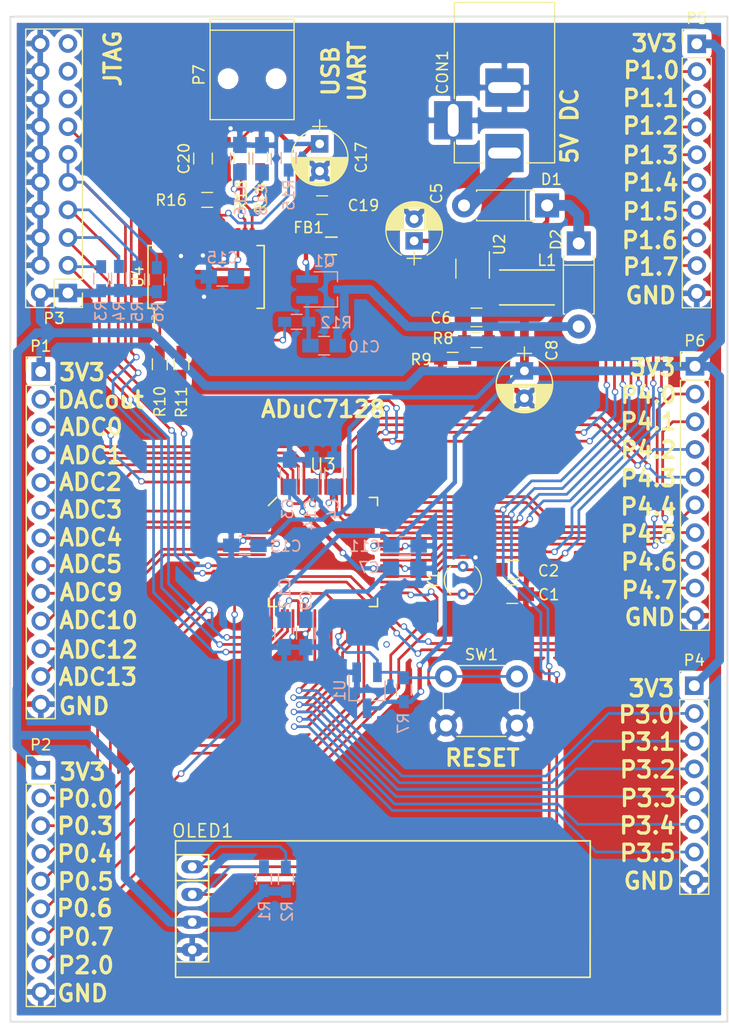
<source format=kicad_pcb>
(kicad_pcb (version 4) (host pcbnew 4.0.4-stable)
  (layers (0 F.Cu signal) (31 B.Cu signal) (34 B.Paste user) (35 F.Paste user) (36 B.SilkS user) (37 F.SilkS user) (38 B.Mask user) (39 F.Mask user) (44 Edge.Cuts user))
  (net 0 "")
  (net 1 "Net-(C1-Pad1)")
  (net 2 GND)
  (net 3 "Net-(C2-Pad1)")
  (net 4 +2V5)
  (net 5 "Net-(C4-Pad1)")
  (net 6 "Net-(C5-Pad1)")
  (net 7 +3V3)
  (net 8 "Net-(C6-Pad2)")
  (net 9 "Net-(C10-Pad1)")
  (net 10 "Net-(C10-Pad2)")
  (net 11 "Net-(C15-Pad1)")
  (net 12 "Net-(C16-Pad2)")
  (net 13 "Net-(C17-Pad1)")
  (net 14 "Net-(C18-Pad2)")
  (net 15 "Net-(C20-Pad2)")
  (net 16 "Net-(CON1-Pad1)")
  (net 17 "Net-(FB1-Pad1)")
  (net 18 "Net-(L1-Pad1)")
  (net 19 /SDA)
  (net 20 /SCL)
  (net 21 /DACout)
  (net 22 /ADC0)
  (net 23 /ADC1)
  (net 24 /ADC2)
  (net 25 /ADC3)
  (net 26 /ADC4)
  (net 27 /ADC5)
  (net 28 /ADC9)
  (net 29 /ADC10)
  (net 30 /ADC12)
  (net 31 /ADC13)
  (net 32 /P0.0)
  (net 33 /P0.3)
  (net 34 /P0.4)
  (net 35 /P0.5)
  (net 36 /P0.6)
  (net 37 /P0.7)
  (net 38 /P2.0)
  (net 39 "Net-(P3-Pad5)")
  (net 40 "Net-(P3-Pad7)")
  (net 41 "Net-(P3-Pad11)")
  (net 42 "Net-(P3-Pad13)")
  (net 43 "Net-(P3-Pad15)")
  (net 44 "Net-(P3-Pad17)")
  (net 45 "Net-(P3-Pad19)")
  (net 46 /P3.0)
  (net 47 /P3.1)
  (net 48 /P3.2)
  (net 49 /P3.3)
  (net 50 /P3.4)
  (net 51 /P3.5)
  (net 52 /RxD0)
  (net 53 /TxD0)
  (net 54 /P1.4)
  (net 55 /P1.5)
  (net 56 /P1.6)
  (net 57 /P1.7)
  (net 58 /P4.0)
  (net 59 /P4.1)
  (net 60 /P4.2)
  (net 61 /P4.3)
  (net 62 /P4.4)
  (net 63 /P4.5)
  (net 64 /P4.6)
  (net 65 /P4.7)
  (net 66 "Net-(P7-Pad2)")
  (net 67 "Net-(P7-Pad3)")
  (net 68 "Net-(P7-Pad4)")
  (net 69 "Net-(R7-Pad2)")
  (net 70 "Net-(R10-Pad1)")
  (net 71 "Net-(R11-Pad1)")
  (net 72 "Net-(R12-Pad2)")
  (net 73 "Net-(R15-Pad2)")
  (net 74 "Net-(U4-Pad2)")
  (net 75 "Net-(U4-Pad3)")
  (net 76 "Net-(U4-Pad6)")
  (net 77 "Net-(U4-Pad9)")
  (net 78 "Net-(U4-Pad10)")
  (net 79 "Net-(U4-Pad11)")
  (net 80 "Net-(U4-Pad12)")
  (net 81 "Net-(U4-Pad13)")
  (net 82 "Net-(U4-Pad22)")
  (net 83 "Net-(U4-Pad23)")
  (net 84 "Net-(U4-Pad26)")
  (net 85 "Net-(U4-Pad27)")
  (net 86 "Net-(U4-Pad28)")
  (module Capacitors_SMD:C_0805_HandSoldering (layer F.Cu) (at 130.6068 93.9165)
    (fp_text reference C1 (at 3.3528 0.0508) (layer F.SilkS))
    (fp_text value 12p)
    (pad 1 smd rect (at -1.25 0) (size 1.5 1.25) (layers F.Cu F.Paste F.Mask) (net 1 "Net-(C1-Pad1)"))
    (pad 2 smd rect (at 1.25 0) (size 1.5 1.25) (layers F.Cu F.Paste F.Mask) (net 2 GND))
  )
  (module Capacitors_SMD:C_0805_HandSoldering (layer F.Cu) (at 130.683 91.6813)
    (fp_text reference C2 (at 3.2512 0.1016) (layer F.SilkS))
    (fp_text value 12p)
    (pad 1 smd rect (at -1.25 0) (size 1.5 1.25) (layers F.Cu F.Paste F.Mask) (net 3 "Net-(C2-Pad1)"))
    (pad 2 smd rect (at 1.25 0) (size 1.5 1.25) (layers F.Cu F.Paste F.Mask) (net 2 GND))
  )
  (module Capacitors_SMD:C_0805_HandSoldering (layer B.Cu) (at 110.1979 82.8421 90)
    (fp_text reference C3 (at -3.2512 -0.1778 90) (layer B.SilkS) (effects (justify mirror)))
    (fp_text value 100n)
    (pad 1 smd rect (at -1.25 0 90) (size 1.5 1.25) (layers B.Cu B.Paste B.Mask) (net 4 +2V5))
    (pad 2 smd rect (at 1.25 0 90) (size 1.5 1.25) (layers B.Cu B.Paste B.Mask) (net 2 GND))
  )
  (module Capacitors_SMD:C_0805_HandSoldering (layer B.Cu) (at 114.2746 82.8421 90)
    (fp_text reference C4 (at -3.2766 -0.0508 90) (layer B.SilkS) (effects (justify mirror)))
    (fp_text value 470n)
    (pad 1 smd rect (at -1.25 0 90) (size 1.5 1.25) (layers B.Cu B.Paste B.Mask) (net 5 "Net-(C4-Pad1)"))
    (pad 2 smd rect (at 1.25 0 90) (size 1.5 1.25) (layers B.Cu B.Paste B.Mask) (net 2 GND))
  )
  (module Capacitors_ThroughHole:CP_Radial_D5.0mm_P2.00mm (layer F.Cu) (at 121.6152 61.5442 90)
    (fp_text reference C5 (at 4.3434 2.0574 90) (layer F.SilkS))
    (fp_text value 4.7u)
    (pad 1 thru_hole rect (at 0 0 90) (size 1.6 1.6) (drill 0.8) (layers *.Cu *.Mask) (net 6 "Net-(C5-Pad1)"))
    (pad 2 thru_hole circle (at 2 0 90) (size 1.6 1.6) (drill 0.8) (layers *.Cu *.Mask) (net 2 GND))
  )
  (module Capacitors_SMD:C_0805_HandSoldering (layer F.Cu) (at 127.3302 68.5546 180)
    (fp_text reference C6 (at 3.2512 -0.0508 180) (layer F.SilkS))
    (fp_text value 13p)
    (pad 1 smd rect (at -1.25 0 180) (size 1.5 1.25) (layers F.Cu F.Paste F.Mask) (net 7 +3V3))
    (pad 2 smd rect (at 1.25 0 180) (size 1.5 1.25) (layers F.Cu F.Paste F.Mask) (net 8 "Net-(C6-Pad2)"))
  )
  (module Capacitors_SMD:C_0805_HandSoldering (layer B.Cu) (at 120.7516 91.5543)
    (fp_text reference C7 (at -3.2766 -0.0762) (layer B.SilkS) (effects (justify mirror)))
    (fp_text value 100n)
    (pad 1 smd rect (at -1.25 0) (size 1.5 1.25) (layers B.Cu B.Paste B.Mask) (net 4 +2V5))
    (pad 2 smd rect (at 1.25 0) (size 1.5 1.25) (layers B.Cu B.Paste B.Mask) (net 2 GND))
  )
  (module Capacitors_ThroughHole:CP_Radial_D5.0mm_P2.50mm (layer F.Cu) (at 131.7244 73.4568 270)
    (fp_text reference C8 (at -1.8796 -2.5146 270) (layer F.SilkS))
    (fp_text value 10u)
    (pad 1 thru_hole rect (at 0 0 270) (size 1.6 1.6) (drill 0.8) (layers *.Cu *.Mask) (net 7 +3V3))
    (pad 2 thru_hole circle (at 2.5 0 270) (size 1.6 1.6) (drill 0.8) (layers *.Cu *.Mask) (net 2 GND))
  )
  (module Capacitors_SMD:C_0805_HandSoldering (layer B.Cu) (at 111.6838 97.5233 270)
    (fp_text reference C9 (at -3.048 -0.0254 270) (layer B.SilkS) (effects (justify mirror)))
    (fp_text value 470n)
    (pad 1 smd rect (at -1.25 0 270) (size 1.5 1.25) (layers B.Cu B.Paste B.Mask) (net 4 +2V5))
    (pad 2 smd rect (at 1.25 0 270) (size 1.5 1.25) (layers B.Cu B.Paste B.Mask) (net 2 GND))
  )
  (module Capacitors_SMD:C_0805_HandSoldering (layer B.Cu) (at 113.3602 71.1454)
    (fp_text reference C10 (at 3.683 0.1016) (layer B.SilkS) (effects (justify mirror)))
    (fp_text value 100n)
    (pad 1 smd rect (at -1.25 0) (size 1.5 1.25) (layers B.Cu B.Paste B.Mask) (net 9 "Net-(C10-Pad1)"))
    (pad 2 smd rect (at 1.25 0) (size 1.5 1.25) (layers B.Cu B.Paste B.Mask) (net 10 "Net-(C10-Pad2)"))
  )
  (module Capacitors_SMD:C_0805_HandSoldering (layer B.Cu) (at 120.777 89.4969 180)
    (fp_text reference C11 (at 3.683 -0.0254 180) (layer B.SilkS) (effects (justify mirror)))
    (fp_text value 100n)
    (pad 1 smd rect (at -1.25 0 180) (size 1.5 1.25) (layers B.Cu B.Paste B.Mask) (net 2 GND))
    (pad 2 smd rect (at 1.25 0 180) (size 1.5 1.25) (layers B.Cu B.Paste B.Mask) (net 7 +3V3))
  )
  (module Capacitors_SMD:C_0805_HandSoldering (layer B.Cu) (at 109.7026 97.5233 90)
    (fp_text reference C12 (at 3.683 0.0508 90) (layer B.SilkS) (effects (justify mirror)))
    (fp_text value 100n)
    (pad 1 smd rect (at -1.25 0 90) (size 1.5 1.25) (layers B.Cu B.Paste B.Mask) (net 2 GND))
    (pad 2 smd rect (at 1.25 0 90) (size 1.5 1.25) (layers B.Cu B.Paste B.Mask) (net 7 +3V3))
  )
  (module Capacitors_SMD:C_0805_HandSoldering (layer B.Cu) (at 106.0958 89.4461 180)
    (fp_text reference C13 (at -3.7592 -0.0762 180) (layer B.SilkS) (effects (justify mirror)))
    (fp_text value 100n)
    (pad 1 smd rect (at -1.25 0 180) (size 1.5 1.25) (layers B.Cu B.Paste B.Mask) (net 7 +3V3))
    (pad 2 smd rect (at 1.25 0 180) (size 1.5 1.25) (layers B.Cu B.Paste B.Mask) (net 2 GND))
  )
  (module Capacitors_SMD:C_0805_HandSoldering (layer B.Cu) (at 112.2172 82.8421 90)
    (fp_text reference C14 (at -3.81 -0.127 270) (layer B.SilkS) (effects (justify mirror)))
    (fp_text value 100n)
    (pad 1 smd rect (at -1.25 0 90) (size 1.5 1.25) (layers B.Cu B.Paste B.Mask) (net 7 +3V3))
    (pad 2 smd rect (at 1.25 0 90) (size 1.5 1.25) (layers B.Cu B.Paste B.Mask) (net 2 GND))
  )
  (module Capacitors_SMD:C_0805_HandSoldering (layer B.Cu) (at 104.0384 64.8335 180)
    (fp_text reference C15 (at 0 1.75 180) (layer B.SilkS) (effects (justify mirror)))
    (fp_text value 100n)
    (pad 1 smd rect (at -1.25 0 180) (size 1.5 1.25) (layers B.Cu B.Paste B.Mask) (net 11 "Net-(C15-Pad1)"))
    (pad 2 smd rect (at 1.25 0 180) (size 1.5 1.25) (layers B.Cu B.Paste B.Mask) (net 2 GND))
  )
  (module Capacitors_SMD:C_0805_HandSoldering (layer B.Cu) (at 105.6386 54.0004 270)
    (fp_text reference C16 (at 3.8608 -0.0508 270) (layer B.SilkS) (effects (justify mirror)))
    (fp_text value 47p)
    (pad 1 smd rect (at -1.25 0 270) (size 1.5 1.25) (layers B.Cu B.Paste B.Mask) (net 2 GND))
    (pad 2 smd rect (at 1.25 0 270) (size 1.5 1.25) (layers B.Cu B.Paste B.Mask) (net 12 "Net-(C16-Pad2)"))
  )
  (module Capacitors_ThroughHole:CP_Radial_D5.0mm_P2.50mm (layer F.Cu) (at 112.9538 52.6542 270)
    (fp_text reference C17 (at 1.25 -3.81 270) (layer F.SilkS))
    (fp_text value 10u)
    (pad 1 thru_hole rect (at 0 0 270) (size 1.6 1.6) (drill 0.8) (layers *.Cu *.Mask) (net 13 "Net-(C17-Pad1)"))
    (pad 2 thru_hole circle (at 2.5 0 270) (size 1.6 1.6) (drill 0.8) (layers *.Cu *.Mask) (net 2 GND))
  )
  (module Capacitors_SMD:C_0805_HandSoldering (layer B.Cu) (at 107.6706 54.0258 270)
    (fp_text reference C18 (at 3.7846 0.0508 270) (layer B.SilkS) (effects (justify mirror)))
    (fp_text value 47p)
    (pad 1 smd rect (at -1.25 0 270) (size 1.5 1.25) (layers B.Cu B.Paste B.Mask) (net 2 GND))
    (pad 2 smd rect (at 1.25 0 270) (size 1.5 1.25) (layers B.Cu B.Paste B.Mask) (net 14 "Net-(C18-Pad2)"))
  )
  (module Capacitors_SMD:C_0805_HandSoldering (layer F.Cu) (at 113.1824 58.2676)
    (fp_text reference C19 (at 3.7846 0.0254) (layer F.SilkS))
    (fp_text value 100n)
    (pad 1 smd rect (at -1.25 0) (size 1.5 1.25) (layers F.Cu F.Paste F.Mask) (net 13 "Net-(C17-Pad1)"))
    (pad 2 smd rect (at 1.25 0) (size 1.5 1.25) (layers F.Cu F.Paste F.Mask) (net 2 GND))
  )
  (module Capacitors_SMD:C_0805_HandSoldering (layer F.Cu) (at 102.2604 54.0004 90)
    (fp_text reference C20 (at 0 -1.75 90) (layer F.SilkS))
    (fp_text value 100n)
    (pad 1 smd rect (at -1.25 0 90) (size 1.5 1.25) (layers F.Cu F.Paste F.Mask) (net 2 GND))
    (pad 2 smd rect (at 1.25 0 90) (size 1.5 1.25) (layers F.Cu F.Paste F.Mask) (net 15 "Net-(C20-Pad2)"))
  )
  (module Connect:BARREL_JACK (layer F.Cu) (at 129.8956 53.4924 270)
    (fp_text reference CON1 (at -7.3914 5.6896 270) (layer F.SilkS))
    (fp_text value 5V)
    (pad 1 thru_hole rect (at 0 0 270) (size 3.5 3.5) (drill oval 1 3) (layers *.Cu *.Mask) (net 16 "Net-(CON1-Pad1)"))
    (pad 2 thru_hole rect (at -6 0 270) (size 3.5 3.5) (drill oval 1 3) (layers *.Cu *.Mask) (net 2 GND))
    (pad 3 thru_hole rect (at -3 4.7 270) (size 3.5 3.5) (drill oval 3 1) (layers *.Cu *.Mask) (net 2 GND))
  )
  (module Diodes_ThroughHole:D_DO-41_SOD81_P7.62mm_Horizontal (layer F.Cu) (at 133.8072 58.293 180)
    (fp_text reference D1 (at -0.381 2.3876 180) (layer F.SilkS))
    (fp_text value 1N5819)
    (pad 1 thru_hole rect (at 0 0 180) (size 2.2 2.2) (drill 1.1) (layers *.Cu *.Mask) (net 6 "Net-(C5-Pad1)"))
    (pad 2 thru_hole oval (at 7.62 0 180) (size 2.2 2.2) (drill 1.1) (layers *.Cu *.Mask) (net 16 "Net-(CON1-Pad1)"))
  )
  (module Diodes_ThroughHole:D_DO-41_SOD81_P7.62mm_Horizontal (layer F.Cu) (at 136.7028 61.7728 270)
    (fp_text reference D2 (at -0.3556 2.0574 270) (layer F.SilkS))
    (fp_text value 1N5819)
    (pad 1 thru_hole rect (at 0 0 270) (size 2.2 2.2) (drill 1.1) (layers *.Cu *.Mask) (net 6 "Net-(C5-Pad1)"))
    (pad 2 thru_hole oval (at 7.62 0 270) (size 2.2 2.2) (drill 1.1) (layers *.Cu *.Mask) (net 10 "Net-(C10-Pad2)"))
  )
  (module Choke_SMD:Choke_SMD_1206_Handsoldering (layer F.Cu) (at 113.9952 62.0014)
    (fp_text reference FB1 (at -2.0574 -1.6764) (layer F.SilkS))
    (fp_text value FILTER)
    (pad 1 smd rect (at -2.30124 0) (size 2.59842 1.19888) (layers F.Cu F.Paste F.Mask) (net 17 "Net-(FB1-Pad1)"))
    (pad 2 smd rect (at 2.30124 0) (size 2.60096 1.19888) (layers F.Cu F.Paste F.Mask) (net 13 "Net-(C17-Pad1)"))
  )
  (module Inductors:Inductor_Taiyo-Yuden_NR-30xx_HandSoldering (layer F.Cu) (at 131.953 65.8114)
    (fp_text reference L1 (at 1.8288 -2.4892) (layer F.SilkS))
    (fp_text value 2.2u)
    (pad 1 smd rect (at -1.6 0) (size 1.8 2.9) (layers F.Cu F.Paste F.Mask) (net 18 "Net-(L1-Pad1)"))
    (pad 2 smd rect (at 1.6 0) (size 1.8 2.9) (layers F.Cu F.Paste F.Mask) (net 7 +3V3))
  )
  (module My_PCB_lib:OLED_128x32_module (layer F.Cu) (at 99.7458 116.84)
    (fp_text reference OLED1 (at 2.49 -1.23) (layer F.SilkS) (effects (font (size 1.2 1.2))))
    (fp_text value OLED128x32module)
    (pad 1 thru_hole oval (at 1.53 2.06 270) (size 1.2 2) (drill 0.8) (layers *.Cu *.Mask) (net 19 /SDA))
    (pad 2 thru_hole oval (at 1.53 4.6 270) (size 1.2 2) (drill 0.8) (layers *.Cu *.Mask) (net 20 /SCL))
    (pad 3 thru_hole oval (at 1.53 7.14 270) (size 1.2 2) (drill 0.8) (layers *.Cu *.Mask) (net 7 +3V3))
    (pad 4 thru_hole oval (at 1.53 9.68 270) (size 1.2 2) (drill 0.8) (layers *.Cu *.Mask) (net 2 GND))
  )
  (module Pin_Headers:Pin_Header_Straight_1x13_Pitch2.54mm (layer F.Cu) (at 87.3887 73.5203)
    (fp_text reference P1 (at 0 -2.33) (layer F.SilkS))
    (fp_text value CONN_01X13)
    (pad 1 thru_hole rect (at 0 0) (size 1.7 1.7) (drill 1) (layers *.Cu *.Mask) (net 7 +3V3))
    (pad 2 thru_hole oval (at 0 2.54) (size 1.7 1.7) (drill 1) (layers *.Cu *.Mask) (net 21 /DACout))
    (pad 3 thru_hole oval (at 0 5.08) (size 1.7 1.7) (drill 1) (layers *.Cu *.Mask) (net 22 /ADC0))
    (pad 4 thru_hole oval (at 0 7.62) (size 1.7 1.7) (drill 1) (layers *.Cu *.Mask) (net 23 /ADC1))
    (pad 5 thru_hole oval (at 0 10.16) (size 1.7 1.7) (drill 1) (layers *.Cu *.Mask) (net 24 /ADC2))
    (pad 6 thru_hole oval (at 0 12.7) (size 1.7 1.7) (drill 1) (layers *.Cu *.Mask) (net 25 /ADC3))
    (pad 7 thru_hole oval (at 0 15.24) (size 1.7 1.7) (drill 1) (layers *.Cu *.Mask) (net 26 /ADC4))
    (pad 8 thru_hole oval (at 0 17.78) (size 1.7 1.7) (drill 1) (layers *.Cu *.Mask) (net 27 /ADC5))
    (pad 9 thru_hole oval (at 0 20.32) (size 1.7 1.7) (drill 1) (layers *.Cu *.Mask) (net 28 /ADC9))
    (pad 10 thru_hole oval (at 0 22.86) (size 1.7 1.7) (drill 1) (layers *.Cu *.Mask) (net 29 /ADC10))
    (pad 11 thru_hole oval (at 0 25.4) (size 1.7 1.7) (drill 1) (layers *.Cu *.Mask) (net 30 /ADC12))
    (pad 12 thru_hole oval (at 0 27.94) (size 1.7 1.7) (drill 1) (layers *.Cu *.Mask) (net 31 /ADC13))
    (pad 13 thru_hole oval (at 0 30.48) (size 1.7 1.7) (drill 1) (layers *.Cu *.Mask) (net 2 GND))
  )
  (module Pin_Headers:Pin_Header_Straight_1x09_Pitch2.54mm (layer F.Cu) (at 87.3887 110.0582)
    (fp_text reference P2 (at 0 -2.33) (layer F.SilkS))
    (fp_text value CONN_01X09)
    (pad 1 thru_hole rect (at 0 0) (size 1.7 1.7) (drill 1) (layers *.Cu *.Mask) (net 7 +3V3))
    (pad 2 thru_hole oval (at 0 2.54) (size 1.7 1.7) (drill 1) (layers *.Cu *.Mask) (net 32 /P0.0))
    (pad 3 thru_hole oval (at 0 5.08) (size 1.7 1.7) (drill 1) (layers *.Cu *.Mask) (net 33 /P0.3))
    (pad 4 thru_hole oval (at 0 7.62) (size 1.7 1.7) (drill 1) (layers *.Cu *.Mask) (net 34 /P0.4))
    (pad 5 thru_hole oval (at 0 10.16) (size 1.7 1.7) (drill 1) (layers *.Cu *.Mask) (net 35 /P0.5))
    (pad 6 thru_hole oval (at 0 12.7) (size 1.7 1.7) (drill 1) (layers *.Cu *.Mask) (net 36 /P0.6))
    (pad 7 thru_hole oval (at 0 15.24) (size 1.7 1.7) (drill 1) (layers *.Cu *.Mask) (net 37 /P0.7))
    (pad 8 thru_hole oval (at 0 17.78) (size 1.7 1.7) (drill 1) (layers *.Cu *.Mask) (net 38 /P2.0))
    (pad 9 thru_hole oval (at 0 20.32) (size 1.7 1.7) (drill 1) (layers *.Cu *.Mask) (net 2 GND))
  )
  (module Pin_Headers:Pin_Header_Straight_2x10_Pitch2.54mm (layer F.Cu) (at 89.8779 66.3194 180)
    (fp_text reference P3 (at 1.27 -2.33 180) (layer F.SilkS))
    (fp_text value CONN_02X10)
    (pad 1 thru_hole rect (at 0 0 180) (size 1.7 1.7) (drill 1) (layers *.Cu *.Mask) (net 7 +3V3))
    (pad 2 thru_hole oval (at 2.54 0 180) (size 1.7 1.7) (drill 1) (layers *.Cu *.Mask) (net 7 +3V3))
    (pad 3 thru_hole oval (at 0 2.54 180) (size 1.7 1.7) (drill 1) (layers *.Cu *.Mask) (net 33 /P0.3))
    (pad 4 thru_hole oval (at 2.54 2.54 180) (size 1.7 1.7) (drill 1) (layers *.Cu *.Mask) (net 2 GND))
    (pad 5 thru_hole oval (at 0 5.08 180) (size 1.7 1.7) (drill 1) (layers *.Cu *.Mask) (net 39 "Net-(P3-Pad5)"))
    (pad 6 thru_hole oval (at 2.54 5.08 180) (size 1.7 1.7) (drill 1) (layers *.Cu *.Mask) (net 2 GND))
    (pad 7 thru_hole oval (at 0 7.62 180) (size 1.7 1.7) (drill 1) (layers *.Cu *.Mask) (net 40 "Net-(P3-Pad7)"))
    (pad 8 thru_hole oval (at 2.54 7.62 180) (size 1.7 1.7) (drill 1) (layers *.Cu *.Mask) (net 2 GND))
    (pad 9 thru_hole oval (at 0 10.16 180) (size 1.7 1.7) (drill 1) (layers *.Cu *.Mask) (net 41 "Net-(P3-Pad11)"))
    (pad 10 thru_hole oval (at 2.54 10.16 180) (size 1.7 1.7) (drill 1) (layers *.Cu *.Mask) (net 2 GND))
    (pad 11 thru_hole oval (at 0 12.7 180) (size 1.7 1.7) (drill 1) (layers *.Cu *.Mask) (net 41 "Net-(P3-Pad11)"))
    (pad 12 thru_hole oval (at 2.54 12.7 180) (size 1.7 1.7) (drill 1) (layers *.Cu *.Mask) (net 2 GND))
    (pad 13 thru_hole oval (at 0 15.24 180) (size 1.7 1.7) (drill 1) (layers *.Cu *.Mask) (net 42 "Net-(P3-Pad13)"))
    (pad 14 thru_hole oval (at 2.54 15.24 180) (size 1.7 1.7) (drill 1) (layers *.Cu *.Mask) (net 2 GND))
    (pad 15 thru_hole oval (at 0 17.78 180) (size 1.7 1.7) (drill 1) (layers *.Cu *.Mask) (net 43 "Net-(P3-Pad15)"))
    (pad 16 thru_hole oval (at 2.54 17.78 180) (size 1.7 1.7) (drill 1) (layers *.Cu *.Mask) (net 2 GND))
    (pad 17 thru_hole oval (at 0 20.32 180) (size 1.7 1.7) (drill 1) (layers *.Cu *.Mask) (net 44 "Net-(P3-Pad17)"))
    (pad 18 thru_hole oval (at 2.54 20.32 180) (size 1.7 1.7) (drill 1) (layers *.Cu *.Mask) (net 2 GND))
    (pad 19 thru_hole oval (at 0 22.86 180) (size 1.7 1.7) (drill 1) (layers *.Cu *.Mask) (net 45 "Net-(P3-Pad19)"))
    (pad 20 thru_hole oval (at 2.54 22.86 180) (size 1.7 1.7) (drill 1) (layers *.Cu *.Mask) (net 2 GND))
  )
  (module Pin_Headers:Pin_Header_Straight_1x08_Pitch2.54mm (layer F.Cu) (at 147.2946 102.3112)
    (fp_text reference P4 (at 0 -2.33) (layer F.SilkS))
    (fp_text value CONN_01X08)
    (pad 1 thru_hole rect (at 0 0) (size 1.7 1.7) (drill 1) (layers *.Cu *.Mask) (net 7 +3V3))
    (pad 2 thru_hole oval (at 0 2.54) (size 1.7 1.7) (drill 1) (layers *.Cu *.Mask) (net 46 /P3.0))
    (pad 3 thru_hole oval (at 0 5.08) (size 1.7 1.7) (drill 1) (layers *.Cu *.Mask) (net 47 /P3.1))
    (pad 4 thru_hole oval (at 0 7.62) (size 1.7 1.7) (drill 1) (layers *.Cu *.Mask) (net 48 /P3.2))
    (pad 5 thru_hole oval (at 0 10.16) (size 1.7 1.7) (drill 1) (layers *.Cu *.Mask) (net 49 /P3.3))
    (pad 6 thru_hole oval (at 0 12.7) (size 1.7 1.7) (drill 1) (layers *.Cu *.Mask) (net 50 /P3.4))
    (pad 7 thru_hole oval (at 0 15.24) (size 1.7 1.7) (drill 1) (layers *.Cu *.Mask) (net 51 /P3.5))
    (pad 8 thru_hole oval (at 0 17.78) (size 1.7 1.7) (drill 1) (layers *.Cu *.Mask) (net 2 GND))
  )
  (module Pin_Headers:Pin_Header_Straight_1x10_Pitch2.54mm (layer F.Cu) (at 147.5232 43.4848)
    (fp_text reference P5 (at 0 -2.33) (layer F.SilkS))
    (fp_text value CONN_01X10)
    (pad 1 thru_hole rect (at 0 0) (size 1.7 1.7) (drill 1) (layers *.Cu *.Mask) (net 7 +3V3))
    (pad 2 thru_hole oval (at 0 2.54) (size 1.7 1.7) (drill 1) (layers *.Cu *.Mask) (net 52 /RxD0))
    (pad 3 thru_hole oval (at 0 5.08) (size 1.7 1.7) (drill 1) (layers *.Cu *.Mask) (net 53 /TxD0))
    (pad 4 thru_hole oval (at 0 7.62) (size 1.7 1.7) (drill 1) (layers *.Cu *.Mask) (net 20 /SCL))
    (pad 5 thru_hole oval (at 0 10.16) (size 1.7 1.7) (drill 1) (layers *.Cu *.Mask) (net 19 /SDA))
    (pad 6 thru_hole oval (at 0 12.7) (size 1.7 1.7) (drill 1) (layers *.Cu *.Mask) (net 54 /P1.4))
    (pad 7 thru_hole oval (at 0 15.24) (size 1.7 1.7) (drill 1) (layers *.Cu *.Mask) (net 55 /P1.5))
    (pad 8 thru_hole oval (at 0 17.78) (size 1.7 1.7) (drill 1) (layers *.Cu *.Mask) (net 56 /P1.6))
    (pad 9 thru_hole oval (at 0 20.32) (size 1.7 1.7) (drill 1) (layers *.Cu *.Mask) (net 57 /P1.7))
    (pad 10 thru_hole oval (at 0 22.86) (size 1.7 1.7) (drill 1) (layers *.Cu *.Mask) (net 2 GND))
  )
  (module Pin_Headers:Pin_Header_Straight_1x10_Pitch2.54mm (layer F.Cu) (at 147.3581 73.0377)
    (fp_text reference P6 (at 0 -2.33) (layer F.SilkS))
    (fp_text value CONN_01X10)
    (pad 1 thru_hole rect (at 0 0) (size 1.7 1.7) (drill 1) (layers *.Cu *.Mask) (net 7 +3V3))
    (pad 2 thru_hole oval (at 0 2.54) (size 1.7 1.7) (drill 1) (layers *.Cu *.Mask) (net 58 /P4.0))
    (pad 3 thru_hole oval (at 0 5.08) (size 1.7 1.7) (drill 1) (layers *.Cu *.Mask) (net 59 /P4.1))
    (pad 4 thru_hole oval (at 0 7.62) (size 1.7 1.7) (drill 1) (layers *.Cu *.Mask) (net 60 /P4.2))
    (pad 5 thru_hole oval (at 0 10.16) (size 1.7 1.7) (drill 1) (layers *.Cu *.Mask) (net 61 /P4.3))
    (pad 6 thru_hole oval (at 0 12.7) (size 1.7 1.7) (drill 1) (layers *.Cu *.Mask) (net 62 /P4.4))
    (pad 7 thru_hole oval (at 0 15.24) (size 1.7 1.7) (drill 1) (layers *.Cu *.Mask) (net 63 /P4.5))
    (pad 8 thru_hole oval (at 0 17.78) (size 1.7 1.7) (drill 1) (layers *.Cu *.Mask) (net 64 /P4.6))
    (pad 9 thru_hole oval (at 0 20.32) (size 1.7 1.7) (drill 1) (layers *.Cu *.Mask) (net 65 /P4.7))
    (pad 10 thru_hole oval (at 0 22.86) (size 1.7 1.7) (drill 1) (layers *.Cu *.Mask) (net 2 GND))
  )
  (module Connect:USB_Mini-B (layer F.Cu) (at 106.7562 46.482 270)
    (fp_text reference P7 (at -0.1524 4.8641 270) (layer F.SilkS))
    (fp_text value USB_OTG)
    (pad 1 smd rect (at 2.8 -1.6 270) (size 2.3 0.5) (layers F.Cu F.Paste F.Mask) (net 13 "Net-(C17-Pad1)"))
    (pad 2 smd rect (at 2.8 -0.8 270) (size 2.3 0.5) (layers F.Cu F.Paste F.Mask) (net 66 "Net-(P7-Pad2)"))
    (pad 3 smd rect (at 2.8 0 270) (size 2.3 0.5) (layers F.Cu F.Paste F.Mask) (net 67 "Net-(P7-Pad3)"))
    (pad 4 smd rect (at 2.8 0.8 270) (size 2.3 0.5) (layers F.Cu F.Paste F.Mask) (net 68 "Net-(P7-Pad4)"))
    (pad 5 smd rect (at 2.8 1.6 270) (size 2.3 0.5) (layers F.Cu F.Paste F.Mask) (net 2 GND))
    (pad 6 smd rect (at 2.7 -4.45 270) (size 2.5 2) (layers F.Cu F.Paste F.Mask) (net 15 "Net-(C20-Pad2)"))
    (pad 6 smd rect (at -2.8 -4.45 270) (size 2.5 2) (layers F.Cu F.Paste F.Mask) (net 15 "Net-(C20-Pad2)"))
    (pad 6 smd rect (at 2.7 4.45 270) (size 2.5 2) (layers F.Cu F.Paste F.Mask) (net 15 "Net-(C20-Pad2)"))
    (pad 6 smd rect (at -2.8 4.45 270) (size 2.5 2) (layers F.Cu F.Paste F.Mask) (net 15 "Net-(C20-Pad2)"))
    (pad "" np_thru_hole circle (at 0.2 -2.2 270) (size 0.9 0.9) (drill 0.9) (layers *.Cu *.Mask))
    (pad "" np_thru_hole circle (at 0.2 2.2 270) (size 0.9 0.9) (drill 0.9) (layers *.Cu *.Mask))
  )
  (module TO_SOT_Packages_SMD:SOT-23W_Handsoldering (layer B.Cu) (at 113.5126 65.9892)
    (fp_text reference Q1 (at -0.127 -2.5908) (layer B.SilkS) (effects (justify mirror)))
    (fp_text value IRLML6402)
    (pad 1 smd rect (at -1.7 0.95) (size 2 0.7) (layers B.Cu B.Paste B.Mask) (net 9 "Net-(C10-Pad1)"))
    (pad 2 smd rect (at -1.7 -0.95) (size 2 0.7) (layers B.Cu B.Paste B.Mask) (net 17 "Net-(FB1-Pad1)"))
    (pad 3 smd rect (at 1.7 0) (size 2 0.7) (layers B.Cu B.Paste B.Mask) (net 10 "Net-(C10-Pad2)"))
  )
  (module Resistors_SMD:R_0603_HandSoldering (layer B.Cu) (at 107.8484 120.0023 90)
    (fp_text reference R1 (at -2.9718 0.0508 90) (layer B.SilkS) (effects (justify mirror)))
    (fp_text value 4.7k)
    (pad 1 smd rect (at -1.1 0 90) (size 1.2 0.9) (layers B.Cu B.Paste B.Mask) (net 7 +3V3))
    (pad 2 smd rect (at 1.1 0 90) (size 1.2 0.9) (layers B.Cu B.Paste B.Mask) (net 20 /SCL))
  )
  (module Resistors_SMD:R_0603_HandSoldering (layer B.Cu) (at 109.855 120.0404 90)
    (fp_text reference R2 (at -2.9591 0.1143 90) (layer B.SilkS) (effects (justify mirror)))
    (fp_text value 4.7k)
    (pad 1 smd rect (at -1.1 0 90) (size 1.2 0.9) (layers B.Cu B.Paste B.Mask) (net 7 +3V3))
    (pad 2 smd rect (at 1.1 0 90) (size 1.2 0.9) (layers B.Cu B.Paste B.Mask) (net 19 /SDA))
  )
  (module Resistors_SMD:R_0603_HandSoldering (layer B.Cu) (at 92.9259 65.0113 90)
    (fp_text reference R3 (at -2.9337 -0.0254 90) (layer B.SilkS) (effects (justify mirror)))
    (fp_text value 1k)
    (pad 1 smd rect (at -1.1 0 90) (size 1.2 0.9) (layers B.Cu B.Paste B.Mask) (net 7 +3V3))
    (pad 2 smd rect (at 1.1 0 90) (size 1.2 0.9) (layers B.Cu B.Paste B.Mask) (net 33 /P0.3))
  )
  (module Resistors_SMD:R_0603_HandSoldering (layer B.Cu) (at 94.5515 64.9859 90)
    (fp_text reference R4 (at -2.9845 0.0254 90) (layer B.SilkS) (effects (justify mirror)))
    (fp_text value 100k)
    (pad 1 smd rect (at -1.1 0 90) (size 1.2 0.9) (layers B.Cu B.Paste B.Mask) (net 7 +3V3))
    (pad 2 smd rect (at 1.1 0 90) (size 1.2 0.9) (layers B.Cu B.Paste B.Mask) (net 39 "Net-(P3-Pad5)"))
  )
  (module Resistors_SMD:R_0603_HandSoldering (layer B.Cu) (at 96.2279 65.0494 90)
    (fp_text reference R5 (at -2.9591 0.0127 90) (layer B.SilkS) (effects (justify mirror)))
    (fp_text value 100k)
    (pad 1 smd rect (at -1.1 0 90) (size 1.2 0.9) (layers B.Cu B.Paste B.Mask) (net 7 +3V3))
    (pad 2 smd rect (at 1.1 0 90) (size 1.2 0.9) (layers B.Cu B.Paste B.Mask) (net 40 "Net-(P3-Pad7)"))
  )
  (module Resistors_SMD:R_0603_HandSoldering (layer B.Cu) (at 98.0186 65.1002 90)
    (fp_text reference R6 (at -2.9464 0.1016 90) (layer B.SilkS) (effects (justify mirror)))
    (fp_text value 100k)
    (pad 1 smd rect (at -1.1 0 90) (size 1.2 0.9) (layers B.Cu B.Paste B.Mask) (net 7 +3V3))
    (pad 2 smd rect (at 1.1 0 90) (size 1.2 0.9) (layers B.Cu B.Paste B.Mask) (net 41 "Net-(P3-Pad11)"))
  )
  (module Resistors_SMD:R_0603_HandSoldering (layer B.Cu) (at 120.6754 102.6795 90)
    (fp_text reference R7 (at -3.0734 -0.0508 90) (layer B.SilkS) (effects (justify mirror)))
    (fp_text value 1k)
    (pad 1 smd rect (at -1.1 0 90) (size 1.2 0.9) (layers B.Cu B.Paste B.Mask) (net 7 +3V3))
    (pad 2 smd rect (at 1.1 0 90) (size 1.2 0.9) (layers B.Cu B.Paste B.Mask) (net 69 "Net-(R7-Pad2)"))
  )
  (module Resistors_SMD:R_0603_HandSoldering (layer F.Cu) (at 127.3302 70.6374 180)
    (fp_text reference R8 (at 3.0734 0.1524 180) (layer F.SilkS))
    (fp_text value 453k)
    (pad 1 smd rect (at -1.1 0 180) (size 1.2 0.9) (layers F.Cu F.Paste F.Mask) (net 7 +3V3))
    (pad 2 smd rect (at 1.1 0 180) (size 1.2 0.9) (layers F.Cu F.Paste F.Mask) (net 8 "Net-(C6-Pad2)"))
  )
  (module Resistors_SMD:R_0603_HandSoldering (layer F.Cu) (at 125.1458 72.4408)
    (fp_text reference R9 (at -2.8956 -0.0254) (layer F.SilkS))
    (fp_text value 100k)
    (pad 1 smd rect (at -1.1 0) (size 1.2 0.9) (layers F.Cu F.Paste F.Mask) (net 2 GND))
    (pad 2 smd rect (at 1.1 0) (size 1.2 0.9) (layers F.Cu F.Paste F.Mask) (net 8 "Net-(C6-Pad2)"))
  )
  (module Resistors_SMD:R_0603_HandSoldering (layer F.Cu) (at 98.298 72.8472 270)
    (fp_text reference R10 (at 3.429 0 270) (layer F.SilkS))
    (fp_text value 220)
    (pad 1 smd rect (at -1.1 0 270) (size 1.2 0.9) (layers F.Cu F.Paste F.Mask) (net 70 "Net-(R10-Pad1)"))
    (pad 2 smd rect (at 1.1 0 270) (size 1.2 0.9) (layers F.Cu F.Paste F.Mask) (net 52 /RxD0))
  )
  (module Resistors_SMD:R_0603_HandSoldering (layer F.Cu) (at 100.2792 72.8472 270)
    (fp_text reference R11 (at 3.4798 0 270) (layer F.SilkS))
    (fp_text value 220)
    (pad 1 smd rect (at -1.1 0 270) (size 1.2 0.9) (layers F.Cu F.Paste F.Mask) (net 71 "Net-(R11-Pad1)"))
    (pad 2 smd rect (at 1.1 0 270) (size 1.2 0.9) (layers F.Cu F.Paste F.Mask) (net 53 /TxD0))
  )
  (module Resistors_SMD:R_0603_HandSoldering (layer B.Cu) (at 110.8456 68.961 180)
    (fp_text reference R12 (at -3.6322 -0.0762 180) (layer B.SilkS) (effects (justify mirror)))
    (fp_text value 1k)
    (pad 1 smd rect (at -1.1 0 180) (size 1.2 0.9) (layers B.Cu B.Paste B.Mask) (net 9 "Net-(C10-Pad1)"))
    (pad 2 smd rect (at 1.1 0 180) (size 1.2 0.9) (layers B.Cu B.Paste B.Mask) (net 72 "Net-(R12-Pad2)"))
  )
  (module Resistors_SMD:R_0603_HandSoldering (layer F.Cu) (at 105.7656 53.9242 270)
    (fp_text reference R13 (at 3.4798 0 270) (layer F.SilkS))
    (fp_text value 27)
    (pad 1 smd rect (at -1.1 0 270) (size 1.2 0.9) (layers F.Cu F.Paste F.Mask) (net 67 "Net-(P7-Pad3)"))
    (pad 2 smd rect (at 1.1 0 270) (size 1.2 0.9) (layers F.Cu F.Paste F.Mask) (net 12 "Net-(C16-Pad2)"))
  )
  (module Resistors_SMD:R_0603_HandSoldering (layer F.Cu) (at 107.4928 53.9242 270)
    (fp_text reference R14 (at 3.683 -0.0508 270) (layer F.SilkS))
    (fp_text value 27)
    (pad 1 smd rect (at -1.1 0 270) (size 1.2 0.9) (layers F.Cu F.Paste F.Mask) (net 66 "Net-(P7-Pad2)"))
    (pad 2 smd rect (at 1.1 0 270) (size 1.2 0.9) (layers F.Cu F.Paste F.Mask) (net 14 "Net-(C18-Pad2)"))
  )
  (module Resistors_SMD:R_0603_HandSoldering (layer B.Cu) (at 110.109 53.9496 270)
    (fp_text reference R15 (at 3.3782 -0.0254 270) (layer B.SilkS) (effects (justify mirror)))
    (fp_text value 4.7k)
    (pad 1 smd rect (at -1.1 0 270) (size 1.2 0.9) (layers B.Cu B.Paste B.Mask) (net 13 "Net-(C17-Pad1)"))
    (pad 2 smd rect (at 1.1 0 270) (size 1.2 0.9) (layers B.Cu B.Paste B.Mask) (net 73 "Net-(R15-Pad2)"))
  )
  (module Resistors_SMD:R_0603_HandSoldering (layer F.Cu) (at 102.6414 57.785 180)
    (fp_text reference R16 (at 3.302 -0.0254 180) (layer F.SilkS))
    (fp_text value 10k)
    (pad 1 smd rect (at -1.1 0 180) (size 1.2 0.9) (layers F.Cu F.Paste F.Mask) (net 73 "Net-(R15-Pad2)"))
    (pad 2 smd rect (at 1.1 0 180) (size 1.2 0.9) (layers F.Cu F.Paste F.Mask) (net 2 GND))
  )
  (module Buttons_Switches_ThroughHole:SW_PUSH_6mm (layer F.Cu) (at 124.5362 101.4603)
    (fp_text reference SW1 (at 3.25 -2) (layer F.SilkS))
    (fp_text value RST)
    (pad 2 thru_hole circle (at 0 4.5 90) (size 2 2) (drill 1.1) (layers *.Cu *.Mask) (net 2 GND))
    (pad 1 thru_hole circle (at 0 0 90) (size 2 2) (drill 1.1) (layers *.Cu *.Mask) (net 69 "Net-(R7-Pad2)"))
    (pad 2 thru_hole circle (at 6.5 4.5 90) (size 2 2) (drill 1.1) (layers *.Cu *.Mask) (net 2 GND))
    (pad 1 thru_hole circle (at 6.5 0 90) (size 2 2) (drill 1.1) (layers *.Cu *.Mask) (net 69 "Net-(R7-Pad2)"))
  )
  (module TO_SOT_Packages_SMD:SC-59_Handsoldering (layer B.Cu) (at 117.2972 102.7303 270)
    (fp_text reference U1 (at 0 2.5 270) (layer B.SilkS) (effects (justify mirror)))
    (fp_text value AXP809)
    (pad 1 smd rect (at -1.65 0.95 270) (size 1.8 0.8) (layers B.Cu B.Paste B.Mask) (net 2 GND))
    (pad 2 smd rect (at -1.65 -0.95 270) (size 1.8 0.8) (layers B.Cu B.Paste B.Mask) (net 69 "Net-(R7-Pad2)"))
    (pad 3 smd rect (at 1.65 0 270) (size 1.8 0.8) (layers B.Cu B.Paste B.Mask) (net 7 +3V3))
  )
  (module TO_SOT_Packages_SMD:TSOT-23-5_HandSoldering (layer F.Cu) (at 127 64.0842 270)
    (fp_text reference U2 (at -2.2098 -2.4384 270) (layer F.SilkS))
    (fp_text value AUR9705)
    (pad 1 smd rect (at -1.71 -0.95 270) (size 2 0.65) (layers F.Cu F.Paste F.Mask) (net 6 "Net-(C5-Pad1)"))
    (pad 2 smd rect (at -1.71 0 270) (size 2 0.65) (layers F.Cu F.Paste F.Mask) (net 2 GND))
    (pad 3 smd rect (at -1.71 0.95 270) (size 2 0.65) (layers F.Cu F.Paste F.Mask) (net 6 "Net-(C5-Pad1)"))
    (pad 4 smd rect (at 1.71 0.95 270) (size 2 0.65) (layers F.Cu F.Paste F.Mask) (net 8 "Net-(C6-Pad2)"))
    (pad 5 smd rect (at 1.71 -0.95 270) (size 2 0.65) (layers F.Cu F.Paste F.Mask) (net 18 "Net-(L1-Pad1)"))
  )
  (module My_PCB_lib:QFP_64 (layer F.Cu) (at 113.2586 90.0557)
    (fp_text reference U3 (at 0 -7.95) (layer F.SilkS) (effects (font (size 1.2 1.2))))
    (fp_text value ADUC7128)
    (pad 1 smd rect (at -6 -3.75 90) (size 0.25 1.5) (layers F.Cu F.Paste F.Mask) (net 27 /ADC5))
    (pad 2 smd rect (at -6 -3.25 90) (size 0.25 1.5) (layers F.Cu F.Paste F.Mask) (net 21 /DACout))
    (pad 3 smd rect (at -6 -2.75 90) (size 0.25 1.5) (layers F.Cu F.Paste F.Mask) (net 28 /ADC9))
    (pad 4 smd rect (at -6 -2.25 90) (size 0.25 1.5) (layers F.Cu F.Paste F.Mask) (net 29 /ADC10))
    (pad 5 smd rect (at -6 -1.75 90) (size 0.25 1.5) (layers F.Cu F.Paste F.Mask) (net 2 GND))
    (pad 6 smd rect (at -6 -1.25 90) (size 0.25 1.5) (layers F.Cu F.Paste F.Mask) (net 2 GND))
    (pad 7 smd rect (at -6 -0.75 90) (size 0.25 1.5) (layers F.Cu F.Paste F.Mask) (net 7 +3V3))
    (pad 8 smd rect (at -6 -0.25 90) (size 0.25 1.5) (layers F.Cu F.Paste F.Mask) (net 30 /ADC12))
    (pad 9 smd rect (at -6 0.25 90) (size 0.25 1.5) (layers F.Cu F.Paste F.Mask) (net 31 /ADC13))
    (pad 10 smd rect (at -6 0.75 90) (size 0.25 1.5) (layers F.Cu F.Paste F.Mask) (net 2 GND))
    (pad 11 smd rect (at -6 1.25 90) (size 0.25 1.5) (layers F.Cu F.Paste F.Mask) (net 40 "Net-(P3-Pad7)"))
    (pad 12 smd rect (at -6 1.75 90) (size 0.25 1.5) (layers F.Cu F.Paste F.Mask) (net 39 "Net-(P3-Pad5)"))
    (pad 13 smd rect (at -6 2.25 90) (size 0.25 1.5) (layers F.Cu F.Paste F.Mask) (net 64 /P4.6))
    (pad 14 smd rect (at -6 2.75 90) (size 0.25 1.5) (layers F.Cu F.Paste F.Mask) (net 65 /P4.7))
    (pad 15 smd rect (at -6 3.25 90) (size 0.25 1.5) (layers F.Cu F.Paste F.Mask) (net 32 /P0.0))
    (pad 16 smd rect (at -6 3.75 90) (size 0.25 1.5) (layers F.Cu F.Paste F.Mask) (net 36 /P0.6))
    (pad 17 smd rect (at -3.75 6) (size 0.25 1.5) (layers F.Cu F.Paste F.Mask) (net 41 "Net-(P3-Pad11)"))
    (pad 18 smd rect (at -3.25 6) (size 0.25 1.5) (layers F.Cu F.Paste F.Mask) (net 42 "Net-(P3-Pad13)"))
    (pad 19 smd rect (at -2.75 6) (size 0.25 1.5) (layers F.Cu F.Paste F.Mask) (net 2 GND))
    (pad 20 smd rect (at -2.25 6) (size 0.25 1.5) (layers F.Cu F.Paste F.Mask) (net 7 +3V3))
    (pad 21 smd rect (at -1.75 6) (size 0.25 1.5) (layers F.Cu F.Paste F.Mask) (net 4 +2V5))
    (pad 22 smd rect (at -1.25 6) (size 0.25 1.5) (layers F.Cu F.Paste F.Mask) (net 2 GND))
    (pad 23 smd rect (at -0.75 6) (size 0.25 1.5) (layers F.Cu F.Paste F.Mask) (net 46 /P3.0))
    (pad 24 smd rect (at -0.25 6) (size 0.25 1.5) (layers F.Cu F.Paste F.Mask) (net 47 /P3.1))
    (pad 25 smd rect (at 0.25 6) (size 0.25 1.5) (layers F.Cu F.Paste F.Mask) (net 48 /P3.2))
    (pad 26 smd rect (at 0.75 6) (size 0.25 1.5) (layers F.Cu F.Paste F.Mask) (net 49 /P3.3))
    (pad 27 smd rect (at 1.25 6) (size 0.25 1.5) (layers F.Cu F.Paste F.Mask) (net 33 /P0.3))
    (pad 28 smd rect (at 1.75 6) (size 0.25 1.5) (layers F.Cu F.Paste F.Mask) (net 69 "Net-(R7-Pad2)"))
    (pad 29 smd rect (at 2.25 6) (size 0.25 1.5) (layers F.Cu F.Paste F.Mask) (net 50 /P3.4))
    (pad 30 smd rect (at 2.75 6) (size 0.25 1.5) (layers F.Cu F.Paste F.Mask) (net 51 /P3.5))
    (pad 31 smd rect (at 3.25 6) (size 0.25 1.5) (layers F.Cu F.Paste F.Mask) (net 34 /P0.4))
    (pad 32 smd rect (at 3.75 6) (size 0.25 1.5) (layers F.Cu F.Paste F.Mask) (net 35 /P0.5))
    (pad 33 smd rect (at 6 3.75 90) (size 0.25 1.5) (layers F.Cu F.Paste F.Mask) (net 38 /P2.0))
    (pad 34 smd rect (at 6 3.25 90) (size 0.25 1.5) (layers F.Cu F.Paste F.Mask) (net 37 /P0.7))
    (pad 35 smd rect (at 6 2.75 90) (size 0.25 1.5) (layers F.Cu F.Paste F.Mask) (net 1 "Net-(C1-Pad1)"))
    (pad 36 smd rect (at 6 2.25 90) (size 0.25 1.5) (layers F.Cu F.Paste F.Mask) (net 3 "Net-(C2-Pad1)"))
    (pad 37 smd rect (at 6 1.75 90) (size 0.25 1.5) (layers F.Cu F.Paste F.Mask) (net 4 +2V5))
    (pad 38 smd rect (at 6 1.25 90) (size 0.25 1.5) (layers F.Cu F.Paste F.Mask) (net 2 GND))
    (pad 39 smd rect (at 6 0.75 90) (size 0.25 1.5) (layers F.Cu F.Paste F.Mask) (net 57 /P1.7))
    (pad 40 smd rect (at 6 0.25 90) (size 0.25 1.5) (layers F.Cu F.Paste F.Mask) (net 56 /P1.6))
    (pad 41 smd rect (at 6 -0.25 90) (size 0.25 1.5) (layers F.Cu F.Paste F.Mask) (net 2 GND))
    (pad 42 smd rect (at 6 -0.75 90) (size 0.25 1.5) (layers F.Cu F.Paste F.Mask) (net 7 +3V3))
    (pad 43 smd rect (at 6 -1.25 90) (size 0.25 1.5) (layers F.Cu F.Paste F.Mask) (net 58 /P4.0))
    (pad 44 smd rect (at 6 -1.75 90) (size 0.25 1.5) (layers F.Cu F.Paste F.Mask) (net 59 /P4.1))
    (pad 45 smd rect (at 6 -2.25 90) (size 0.25 1.5) (layers F.Cu F.Paste F.Mask) (net 55 /P1.5))
    (pad 46 smd rect (at 6 -2.75 90) (size 0.25 1.5) (layers F.Cu F.Paste F.Mask) (net 54 /P1.4))
    (pad 47 smd rect (at 6 -3.25 90) (size 0.25 1.5) (layers F.Cu F.Paste F.Mask) (net 19 /SDA))
    (pad 48 smd rect (at 6 -3.75 90) (size 0.25 1.5) (layers F.Cu F.Paste F.Mask) (net 20 /SCL))
    (pad 49 smd rect (at 3.75 -6) (size 0.25 1.5) (layers F.Cu F.Paste F.Mask) (net 53 /TxD0))
    (pad 50 smd rect (at 3.25 -6) (size 0.25 1.5) (layers F.Cu F.Paste F.Mask) (net 52 /RxD0))
    (pad 51 smd rect (at 2.75 -6) (size 0.25 1.5) (layers F.Cu F.Paste F.Mask) (net 60 /P4.2))
    (pad 52 smd rect (at 2.25 -6) (size 0.25 1.5) (layers F.Cu F.Paste F.Mask) (net 61 /P4.3))
    (pad 53 smd rect (at 1.75 -6) (size 0.25 1.5) (layers F.Cu F.Paste F.Mask) (net 62 /P4.4))
    (pad 54 smd rect (at 1.25 -6) (size 0.25 1.5) (layers F.Cu F.Paste F.Mask) (net 63 /P4.5))
    (pad 55 smd rect (at 0.75 -6) (size 0.25 1.5) (layers F.Cu F.Paste F.Mask) (net 5 "Net-(C4-Pad1)"))
    (pad 56 smd rect (at 0.25 -6) (size 0.25 1.5) (layers F.Cu F.Paste F.Mask) (net 2 GND))
    (pad 57 smd rect (at -0.25 -6) (size 0.25 1.5) (layers F.Cu F.Paste F.Mask) (net 2 GND))
    (pad 58 smd rect (at -0.75 -6) (size 0.25 1.5) (layers F.Cu F.Paste F.Mask) (net 7 +3V3))
    (pad 59 smd rect (at -1.25 -6) (size 0.25 1.5) (layers F.Cu F.Paste F.Mask) (net 4 +2V5))
    (pad 60 smd rect (at -1.75 -6) (size 0.25 1.5) (layers F.Cu F.Paste F.Mask) (net 22 /ADC0))
    (pad 61 smd rect (at -2.25 -6) (size 0.25 1.5) (layers F.Cu F.Paste F.Mask) (net 23 /ADC1))
    (pad 62 smd rect (at -2.75 -6) (size 0.25 1.5) (layers F.Cu F.Paste F.Mask) (net 24 /ADC2))
    (pad 63 smd rect (at -3.25 -6) (size 0.25 1.5) (layers F.Cu F.Paste F.Mask) (net 25 /ADC3))
    (pad 64 smd rect (at -3.75 -6) (size 0.25 1.5) (layers F.Cu F.Paste F.Mask) (net 26 /ADC4))
  )
  (module Housings_SSOP:SSOP-28_5.3x10.2mm_Pitch0.65mm (layer F.Cu) (at 102.5398 64.8462 90)
    (fp_text reference U4 (at 0 -6.25 90) (layer F.SilkS))
    (fp_text value FT232RL)
    (pad 1 smd rect (at -3.6 -4.225 90) (size 1.75 0.45) (layers F.Cu F.Paste F.Mask) (net 70 "Net-(R10-Pad1)"))
    (pad 2 smd rect (at -3.6 -3.575 90) (size 1.75 0.45) (layers F.Cu F.Paste F.Mask) (net 74 "Net-(U4-Pad2)"))
    (pad 3 smd rect (at -3.6 -2.925 90) (size 1.75 0.45) (layers F.Cu F.Paste F.Mask) (net 75 "Net-(U4-Pad3)"))
    (pad 4 smd rect (at -3.6 -2.275 90) (size 1.75 0.45) (layers F.Cu F.Paste F.Mask) (net 17 "Net-(FB1-Pad1)"))
    (pad 5 smd rect (at -3.6 -1.625 90) (size 1.75 0.45) (layers F.Cu F.Paste F.Mask) (net 71 "Net-(R11-Pad1)"))
    (pad 6 smd rect (at -3.6 -0.975 90) (size 1.75 0.45) (layers F.Cu F.Paste F.Mask) (net 76 "Net-(U4-Pad6)"))
    (pad 7 smd rect (at -3.6 -0.325 90) (size 1.75 0.45) (layers F.Cu F.Paste F.Mask) (net 2 GND))
    (pad 8 smd rect (at -3.6 0.325 90) (size 1.75 0.45) (layers F.Cu F.Paste F.Mask))
    (pad 9 smd rect (at -3.6 0.975 90) (size 1.75 0.45) (layers F.Cu F.Paste F.Mask) (net 77 "Net-(U4-Pad9)"))
    (pad 10 smd rect (at -3.6 1.625 90) (size 1.75 0.45) (layers F.Cu F.Paste F.Mask) (net 78 "Net-(U4-Pad10)"))
    (pad 11 smd rect (at -3.6 2.275 90) (size 1.75 0.45) (layers F.Cu F.Paste F.Mask) (net 79 "Net-(U4-Pad11)"))
    (pad 12 smd rect (at -3.6 2.925 90) (size 1.75 0.45) (layers F.Cu F.Paste F.Mask) (net 80 "Net-(U4-Pad12)"))
    (pad 13 smd rect (at -3.6 3.575 90) (size 1.75 0.45) (layers F.Cu F.Paste F.Mask) (net 81 "Net-(U4-Pad13)"))
    (pad 14 smd rect (at -3.6 4.225 90) (size 1.75 0.45) (layers F.Cu F.Paste F.Mask) (net 72 "Net-(R12-Pad2)"))
    (pad 15 smd rect (at 3.6 4.225 90) (size 1.75 0.45) (layers F.Cu F.Paste F.Mask) (net 12 "Net-(C16-Pad2)"))
    (pad 16 smd rect (at 3.6 3.575 90) (size 1.75 0.45) (layers F.Cu F.Paste F.Mask) (net 14 "Net-(C18-Pad2)"))
    (pad 17 smd rect (at 3.6 2.925 90) (size 1.75 0.45) (layers F.Cu F.Paste F.Mask) (net 11 "Net-(C15-Pad1)"))
    (pad 18 smd rect (at 3.6 2.275 90) (size 1.75 0.45) (layers F.Cu F.Paste F.Mask) (net 2 GND))
    (pad 19 smd rect (at 3.6 1.625 90) (size 1.75 0.45) (layers F.Cu F.Paste F.Mask) (net 73 "Net-(R15-Pad2)"))
    (pad 20 smd rect (at 3.6 0.975 90) (size 1.75 0.45) (layers F.Cu F.Paste F.Mask) (net 17 "Net-(FB1-Pad1)"))
    (pad 21 smd rect (at 3.6 0.325 90) (size 1.75 0.45) (layers F.Cu F.Paste F.Mask) (net 2 GND))
    (pad 22 smd rect (at 3.6 -0.325 90) (size 1.75 0.45) (layers F.Cu F.Paste F.Mask) (net 82 "Net-(U4-Pad22)"))
    (pad 23 smd rect (at 3.6 -0.975 90) (size 1.75 0.45) (layers F.Cu F.Paste F.Mask) (net 83 "Net-(U4-Pad23)"))
    (pad 24 smd rect (at 3.6 -1.625 90) (size 1.75 0.45) (layers F.Cu F.Paste F.Mask))
    (pad 25 smd rect (at 3.6 -2.275 90) (size 1.75 0.45) (layers F.Cu F.Paste F.Mask) (net 2 GND))
    (pad 26 smd rect (at 3.6 -2.925 90) (size 1.75 0.45) (layers F.Cu F.Paste F.Mask) (net 84 "Net-(U4-Pad26)"))
    (pad 27 smd rect (at 3.6 -3.575 90) (size 1.75 0.45) (layers F.Cu F.Paste F.Mask) (net 85 "Net-(U4-Pad27)"))
    (pad 28 smd rect (at 3.6 -4.225 90) (size 1.75 0.45) (layers F.Cu F.Paste F.Mask) (net 86 "Net-(U4-Pad28)"))
  )
  (module Crystals:Crystal_AT310_d3.0mm_l10.0mm_Vertical (layer F.Cu) (at 126.0856 93.9165 90)
    (fp_text reference Y1 (at 1.27 -2.7 90) (layer F.SilkS))
    (fp_text value 32.768kHz)
    (pad 1 thru_hole circle (at 0 0 90) (size 1 1) (drill 0.5) (layers *.Cu *.Mask) (net 1 "Net-(C1-Pad1)"))
    (pad 2 thru_hole circle (at 2.54 0 90) (size 1 1) (drill 0.5) (layers *.Cu *.Mask) (net 3 "Net-(C2-Pad1)"))
  )
  (gr_text GND (at 91.2241 130.5052) (layer F.SilkS) (effects (font (size 1.5 1.5) (thickness 0.3))))
  (gr_text ADuC7128 (at 113.284 76.962) (layer F.SilkS) (effects (font (size 1.5 1.5) (thickness 0.3))))
  (gr_text RESET (at 127.8636 108.9279) (layer F.SilkS) (effects (font (size 1.5 1.5) (thickness 0.3))))
  (gr_text GND (at 143.1417 120.2055) (layer F.SilkS) (effects (font (size 1.5 1.5) (thickness 0.3))))
  (gr_text P3.5 (at 143.0274 117.6528) (layer F.SilkS) (effects (font (size 1.5 1.5) (thickness 0.3))))
  (gr_text P3.4 (at 143.002 115.1382) (layer F.SilkS) (effects (font (size 1.5 1.5) (thickness 0.3))))
  (gr_text P3.3 (at 143.0782 112.6236) (layer F.SilkS) (effects (font (size 1.5 1.5) (thickness 0.3))))
  (gr_text P3.2 (at 143.0274 110.0074) (layer F.SilkS) (effects (font (size 1.5 1.5) (thickness 0.3))))
  (gr_text P3.1 (at 142.9893 107.4547) (layer F.SilkS) (effects (font (size 1.5 1.5) (thickness 0.3))))
  (gr_text P3.0 (at 142.9131 104.9655) (layer F.SilkS) (effects (font (size 1.5 1.5) (thickness 0.3))))
  (gr_text 3V3 (at 143.3703 102.5652) (layer F.SilkS) (effects (font (size 1.5 1.5) (thickness 0.3))))
  (gr_text GND (at 143.2179 96.0374) (layer F.SilkS) (effects (font (size 1.5 1.5) (thickness 0.3))))
  (gr_text P4.7 (at 143.1798 93.5736) (layer F.SilkS) (effects (font (size 1.5 1.5) (thickness 0.3))))
  (gr_text P4.6 (at 143.1417 90.9701) (layer F.SilkS) (effects (font (size 1.5 1.5) (thickness 0.3))))
  (gr_text P4.5 (at 143.0909 88.4174) (layer F.SilkS) (effects (font (size 1.5 1.5) (thickness 0.3))))
  (gr_text P4.4 (at 143.0909 85.9155) (layer F.SilkS) (effects (font (size 1.5 1.5) (thickness 0.3))))
  (gr_text P4.3 (at 143.0909 83.312) (layer F.SilkS) (effects (font (size 1.5 1.5) (thickness 0.3))))
  (gr_text P4.2 (at 143.1036 80.6958) (layer F.SilkS) (effects (font (size 1.5 1.5) (thickness 0.3))))
  (gr_text P4.1 (at 143.0909 78.105) (layer F.SilkS) (effects (font (size 1.5 1.5) (thickness 0.3))))
  (gr_text P4.0 (at 143.1036 75.6666) (layer F.SilkS) (effects (font (size 1.5 1.5) (thickness 0.3))))
  (gr_text 3V3 (at 143.4719 73.152) (layer F.SilkS) (effects (font (size 1.5 1.5) (thickness 0.3))))
  (gr_text P2.0 (at 91.5289 127.9398) (layer F.SilkS) (effects (font (size 1.5 1.5) (thickness 0.3))))
  (gr_text P0.7 (at 91.5289 125.3363) (layer F.SilkS) (effects (font (size 1.5 1.5) (thickness 0.3))))
  (gr_text P0.6 (at 91.4146 122.7074) (layer F.SilkS) (effects (font (size 1.5 1.5) (thickness 0.3))))
  (gr_text P0.5 (at 91.5162 120.269) (layer F.SilkS) (effects (font (size 1.5 1.5) (thickness 0.3))))
  (gr_text P0.4 (at 91.4654 117.7163) (layer F.SilkS) (effects (font (size 1.5 1.5) (thickness 0.3))))
  (gr_text P0.3 (at 91.4654 115.1763) (layer F.SilkS) (effects (font (size 1.5 1.5) (thickness 0.3))))
  (gr_text P0.0 (at 91.5035 112.6744) (layer F.SilkS) (effects (font (size 1.5 1.5) (thickness 0.3))))
  (gr_text 3V3 (at 91.2368 110.2106) (layer F.SilkS) (effects (font (size 1.5 1.5) (thickness 0.3))))
  (gr_text GND (at 91.3638 104.1908) (layer F.SilkS) (effects (font (size 1.5 1.5) (thickness 0.3))))
  (gr_text ADC13 (at 92.6211 101.5111) (layer F.SilkS) (effects (font (size 1.5 1.5) (thickness 0.3))))
  (gr_text ADC12 (at 92.6973 99.0219) (layer F.SilkS) (effects (font (size 1.5 1.5) (thickness 0.3))))
  (gr_text ADC10 (at 92.6846 96.3168) (layer F.SilkS) (effects (font (size 1.5 1.5) (thickness 0.3))))
  (gr_text ADC9 (at 92.0115 93.7641) (layer F.SilkS) (effects (font (size 1.5 1.5) (thickness 0.3))))
  (gr_text ADC5 (at 91.9734 91.1733) (layer F.SilkS) (effects (font (size 1.5 1.5) (thickness 0.3))))
  (gr_text ADC4 (at 91.9861 88.7349) (layer F.SilkS) (effects (font (size 1.5 1.5) (thickness 0.3))))
  (gr_text ADC3 (at 91.9861 86.1822) (layer F.SilkS) (effects (font (size 1.5 1.5) (thickness 0.3))))
  (gr_text ADC2 (at 91.948 83.6549) (layer F.SilkS) (effects (font (size 1.5 1.5) (thickness 0.3))))
  (gr_text ADC1 (at 92.0242 81.2038) (layer F.SilkS) (effects (font (size 1.5 1.5) (thickness 0.3))))
  (gr_text ADC0 (at 92.0242 78.613) (layer F.SilkS) (effects (font (size 1.5 1.5) (thickness 0.3))))
  (gr_text DACout (at 92.8751 76.1111) (layer F.SilkS) (effects (font (size 1.5 1.5) (thickness 0.3))))
  (gr_text 3V3 (at 91.1733 73.5965) (layer F.SilkS) (effects (font (size 1.5 1.5) (thickness 0.3))))
  (gr_line (start 84.6074 40.9956) (end 85.1154 40.9956) (angle 90) (layer Edge.Cuts) (width 0.15))
  (gr_line (start 84.6074 133.096) (end 84.6074 40.9956) (angle 90) (layer Edge.Cuts) (width 0.15))
  (gr_line (start 150.3299 133.096) (end 84.6074 133.096) (angle 90) (layer Edge.Cuts) (width 0.15))
  (gr_line (start 150.3299 40.9829) (end 150.3299 133.096) (angle 90) (layer Edge.Cuts) (width 0.15))
  (gr_line (start 85.0773 40.9829) (end 150.3299 40.9829) (angle 90) (layer Edge.Cuts) (width 0.15))
  (gr_text GND (at 143.3068 66.548) (layer F.SilkS) (effects (font (size 1.5 1.5) (thickness 0.3))))
  (gr_text P1.7 (at 143.3068 63.9318) (layer F.SilkS) (effects (font (size 1.5 1.5) (thickness 0.3))))
  (gr_text P1.6 (at 143.2179 61.4934) (layer F.SilkS) (effects (font (size 1.5 1.5) (thickness 0.3))))
  (gr_text P1.5 (at 143.2814 58.8645) (layer F.SilkS) (effects (font (size 1.5 1.5) (thickness 0.3))))
  (gr_text P1.4 (at 143.2814 56.2102) (layer F.SilkS) (effects (font (size 1.5 1.5) (thickness 0.3))))
  (gr_text P1.3 (at 143.2814 53.6956) (layer F.SilkS) (effects (font (size 1.5 1.5) (thickness 0.3))))
  (gr_text P1.2 (at 143.2941 51.0032) (layer F.SilkS) (effects (font (size 1.5 1.5) (thickness 0.3))))
  (gr_text P1.1 (at 143.2941 48.4632) (layer F.SilkS) (effects (font (size 1.5 1.5) (thickness 0.3))))
  (gr_text P1.0 (at 143.3703 45.9105) (layer F.SilkS) (effects (font (size 1.5 1.5) (thickness 0.3))))
  (gr_text 3V3 (at 143.637 43.4467) (layer F.SilkS) (effects (font (size 1.5 1.5) (thickness 0.3))))
  (gr_text JTAG (at 93.9927 44.8437 90) (layer F.SilkS) (effects (font (size 1.5 1.5) (thickness 0.3))))
  (gr_text "USB\nUART" (at 115.1763 45.9867 90) (layer F.SilkS) (effects (font (size 1.5 1.5) (thickness 0.3))))
  (gr_text "5V DC" (at 135.8646 51.0159 90) (layer F.SilkS) (effects (font (size 1.5 1.5) (thickness 0.3))))
  (segment (start 119.0879 98.5393) (end 119.0879 98.5266) (width 0.25) (layer F.Cu) (net 0))
  (via (at 119.0879 98.5266) (size 0.6) (drill 0.4) (layers F.Cu B.Cu) (net 0))
  (segment (start 129.3568 93.9165) (end 126.0856 93.9165) (width 0.25) (layer F.Cu) (net 1))
  (segment (start 119.2586 92.8057) (end 123.3492 92.8057) (width 0.25) (layer F.Cu) (net 1))
  (segment (start 124.46 93.9165) (end 126.0856 93.9165) (width 0.25) (layer F.Cu) (net 1))
  (segment (start 123.3492 92.8057) (end 124.46 93.9165) (width 0.25) (layer F.Cu) (net 1))
  (segment (start 110.5086 96.0557) (end 110.5086 97.7968) (width 0.25) (layer F.Cu) (net 2))
  (segment (start 110.4773 97.8281) (end 109.7026 98.6028) (width 0.25) (layer B.Cu) (net 2))
  (via (at 110.4773 97.8281) (size 0.6) (drill 0.4) (layers F.Cu B.Cu) (net 2))
  (segment (start 110.5086 97.7968) (end 110.4773 97.8281) (width 0.25) (layer F.Cu) (net 2))
  (segment (start 109.7026 98.6028) (end 109.7026 98.7733) (width 0.25) (layer B.Cu) (net 2))
  (segment (start 112.0086 96.0557) (end 112.0086 97.1858) (width 0.25) (layer F.Cu) (net 2))
  (segment (start 111.6838 97.6122) (end 111.6838 98.7733) (width 0.25) (layer B.Cu) (net 2))
  (segment (start 111.633 97.5614) (end 111.6838 97.6122) (width 0.25) (layer B.Cu) (net 2))
  (via (at 111.633 97.5614) (size 0.6) (drill 0.4) (layers F.Cu B.Cu) (net 2))
  (segment (start 112.0086 97.1858) (end 111.633 97.5614) (width 0.25) (layer F.Cu) (net 2))
  (segment (start 131.933 91.6813) (end 131.933 90.8866) (width 0.25) (layer F.Cu) (net 2))
  (segment (start 123.442602 91.5797) (end 124.471302 90.551) (width 0.25) (layer F.Cu) (net 2))
  (segment (start 124.471302 90.551) (end 127.2413 90.551) (width 0.25) (layer F.Cu) (net 2))
  (via (at 127.2413 90.551) (size 0.6) (drill 0.4) (layers F.Cu B.Cu) (net 2))
  (segment (start 123.442602 91.5797) (end 120.777 91.5797) (width 0.25) (layer F.Cu) (net 2))
  (segment (start 131.5974 90.551) (end 127.2413 90.551) (width 0.25) (layer F.Cu) (net 2))
  (segment (start 131.933 90.8866) (end 131.5974 90.551) (width 0.25) (layer F.Cu) (net 2))
  (segment (start 107.2586 88.3057) (end 109.5274 88.3057) (width 0.25) (layer F.Cu) (net 2))
  (segment (start 109.3971 90.8057) (end 110.0709 90.1319) (width 0.25) (layer F.Cu) (net 2))
  (segment (start 110.0709 90.1319) (end 110.0709 89.4207) (width 0.25) (layer F.Cu) (net 2))
  (via (at 110.0709 89.4207) (size 0.6) (drill 0.4) (layers F.Cu B.Cu) (net 2))
  (segment (start 109.3971 90.8057) (end 107.2586 90.8057) (width 0.25) (layer F.Cu) (net 2))
  (segment (start 110.0709 88.8492) (end 110.0709 89.4207) (width 0.25) (layer F.Cu) (net 2))
  (segment (start 109.5274 88.3057) (end 110.0709 88.8492) (width 0.25) (layer F.Cu) (net 2))
  (segment (start 107.2586 88.3057) (end 106.0805 88.3057) (width 0.25) (layer F.Cu) (net 2))
  (segment (start 105.9307 88.4555) (end 105.9307 89.0143) (width 0.25) (layer F.Cu) (net 2))
  (segment (start 106.0805 88.3057) (end 105.9307 88.4555) (width 0.25) (layer F.Cu) (net 2))
  (segment (start 107.2586 88.8057) (end 106.1393 88.8057) (width 0.25) (layer F.Cu) (net 2))
  (segment (start 105.9307 89.0143) (end 105.4989 89.4461) (width 0.25) (layer B.Cu) (net 2))
  (via (at 105.9307 89.0143) (size 0.6) (drill 0.4) (layers F.Cu B.Cu) (net 2))
  (segment (start 106.1393 88.8057) (end 105.9307 89.0143) (width 0.25) (layer F.Cu) (net 2))
  (segment (start 105.4989 89.4461) (end 104.8458 89.4461) (width 0.25) (layer B.Cu) (net 2))
  (segment (start 113.0086 84.0557) (end 113.0086 82.935) (width 0.25) (layer F.Cu) (net 2))
  (segment (start 112.776 82.7024) (end 112.2172 82.1436) (width 0.25) (layer B.Cu) (net 2))
  (via (at 112.776 82.7024) (size 0.6) (drill 0.4) (layers F.Cu B.Cu) (net 2))
  (segment (start 113.0086 82.935) (end 112.776 82.7024) (width 0.25) (layer F.Cu) (net 2))
  (segment (start 112.2172 82.1436) (end 112.2172 81.5921) (width 0.25) (layer B.Cu) (net 2))
  (segment (start 113.5086 84.0557) (end 113.5086 83.1382) (width 0.25) (layer F.Cu) (net 2))
  (segment (start 114.2746 82.3595) (end 114.2746 81.5921) (width 0.25) (layer B.Cu) (net 2))
  (segment (start 113.9571 82.677) (end 114.2746 82.3595) (width 0.25) (layer B.Cu) (net 2))
  (via (at 113.9571 82.677) (size 0.6) (drill 0.4) (layers F.Cu B.Cu) (net 2))
  (segment (start 113.9571 82.6897) (end 113.9571 82.677) (width 0.25) (layer F.Cu) (net 2))
  (segment (start 113.5086 83.1382) (end 113.9571 82.6897) (width 0.25) (layer F.Cu) (net 2))
  (segment (start 119.2586 91.3057) (end 120.376 91.3057) (width 0.25) (layer F.Cu) (net 2))
  (segment (start 120.8024 91.5543) (end 122.0016 91.5543) (width 0.25) (layer B.Cu) (net 2))
  (segment (start 120.777 91.5797) (end 120.8024 91.5543) (width 0.25) (layer B.Cu) (net 2))
  (via (at 120.777 91.5797) (size 0.6) (drill 0.4) (layers F.Cu B.Cu) (net 2))
  (segment (start 120.65 91.5797) (end 120.777 91.5797) (width 0.25) (layer F.Cu) (net 2))
  (segment (start 120.376 91.3057) (end 120.65 91.5797) (width 0.25) (layer F.Cu) (net 2))
  (segment (start 119.2586 89.8057) (end 120.4682 89.8057) (width 0.25) (layer F.Cu) (net 2))
  (segment (start 120.8151 89.4969) (end 122.027 89.4969) (width 0.25) (layer B.Cu) (net 2))
  (segment (start 120.8024 89.5096) (end 120.8151 89.4969) (width 0.25) (layer B.Cu) (net 2))
  (via (at 120.8024 89.5096) (size 0.6) (drill 0.4) (layers F.Cu B.Cu) (net 2))
  (segment (start 120.7643 89.5096) (end 120.8024 89.5096) (width 0.25) (layer F.Cu) (net 2))
  (segment (start 120.4682 89.8057) (end 120.7643 89.5096) (width 0.25) (layer F.Cu) (net 2))
  (segment (start 105.1562 49.282) (end 105.1562 50.8633) (width 0.25) (layer F.Cu) (net 2))
  (via (at 104.7877 51.2318) (size 0.6) (drill 0.4) (layers F.Cu B.Cu) (net 2))
  (segment (start 105.1562 50.8633) (end 104.7877 51.2318) (width 0.25) (layer F.Cu) (net 2))
  (segment (start 102.2148 68.4462) (end 102.2148 66.7968) (width 0.25) (layer F.Cu) (net 2))
  (via (at 102.3493 66.6623) (size 0.6) (drill 0.4) (layers F.Cu B.Cu) (net 2))
  (segment (start 102.2148 66.7968) (end 102.3493 66.6623) (width 0.25) (layer F.Cu) (net 2))
  (segment (start 104.8148 61.2462) (end 104.8148 62.5458) (width 0.25) (layer F.Cu) (net 2))
  (via (at 104.1781 63.1825) (size 0.6) (drill 0.4) (layers F.Cu B.Cu) (net 2))
  (segment (start 104.8148 62.5458) (end 104.1781 63.1825) (width 0.25) (layer F.Cu) (net 2))
  (segment (start 102.8648 61.2462) (end 102.8648 62.2606) (width 0.25) (layer F.Cu) (net 2))
  (via (at 102.2477 62.8777) (size 0.6) (drill 0.4) (layers F.Cu B.Cu) (net 2))
  (segment (start 102.8648 62.2606) (end 102.2477 62.8777) (width 0.25) (layer F.Cu) (net 2))
  (segment (start 100.2648 61.2462) (end 100.2648 62.9048) (width 0.25) (layer F.Cu) (net 2))
  (via (at 100.2411 62.9285) (size 0.6) (drill 0.4) (layers F.Cu B.Cu) (net 2))
  (segment (start 100.2648 62.9048) (end 100.2411 62.9285) (width 0.25) (layer F.Cu) (net 2))
  (segment (start 129.433 91.6813) (end 126.3904 91.6813) (width 0.25) (layer F.Cu) (net 3))
  (segment (start 126.3904 91.6813) (end 126.0856 91.3765) (width 0.25) (layer F.Cu) (net 3))
  (segment (start 119.2586 92.3057) (end 123.353 92.3057) (width 0.25) (layer F.Cu) (net 3))
  (segment (start 124.2822 91.3765) (end 126.0856 91.3765) (width 0.25) (layer F.Cu) (net 3))
  (segment (start 123.353 92.3057) (end 124.2822 91.3765) (width 0.25) (layer F.Cu) (net 3))
  (segment (start 110.1979 84.0921) (end 110.1979 84.4931) (width 0.4) (layer B.Cu) (net 4))
  (segment (start 110.1979 84.4931) (end 111.379 85.6742) (width 0.4) (layer B.Cu) (net 4))
  (segment (start 116.4971 91.5543) (end 119.5016 91.5543) (width 0.4) (layer B.Cu) (net 4))
  (segment (start 115.0874 90.1446) (end 116.4971 91.5543) (width 0.4) (layer B.Cu) (net 4))
  (via (at 115.0874 90.1446) (size 0.6) (drill 0.4) (layers F.Cu B.Cu) (net 4))
  (segment (start 115.0874 90.0684) (end 115.0874 90.1446) (width 0.4) (layer F.Cu) (net 4))
  (segment (start 111.379 86.36) (end 115.0874 90.0684) (width 0.4) (layer F.Cu) (net 4))
  (via (at 111.379 86.36) (size 0.6) (drill 0.4) (layers F.Cu B.Cu) (net 4))
  (segment (start 111.379 85.6742) (end 111.379 86.36) (width 0.4) (layer B.Cu) (net 4))
  (segment (start 111.6838 96.2733) (end 111.6838 95.5929) (width 0.4) (layer B.Cu) (net 4))
  (segment (start 111.6838 95.5929) (end 113.6015 93.6752) (width 0.4) (layer B.Cu) (net 4))
  (segment (start 117.3807 93.6752) (end 119.5016 91.5543) (width 0.4) (layer B.Cu) (net 4))
  (segment (start 113.6015 93.6752) (end 117.3807 93.6752) (width 0.4) (layer B.Cu) (net 4))
  (segment (start 111.5086 96.0557) (end 111.5086 94.6632) (width 0.25) (layer F.Cu) (net 4))
  (segment (start 111.6838 94.5134) (end 111.6838 96.2733) (width 0.25) (layer B.Cu) (net 4))
  (segment (start 111.6711 94.5007) (end 111.6838 94.5134) (width 0.25) (layer B.Cu) (net 4))
  (via (at 111.6711 94.5007) (size 0.6) (drill 0.4) (layers F.Cu B.Cu) (net 4))
  (segment (start 111.5086 94.6632) (end 111.6711 94.5007) (width 0.25) (layer F.Cu) (net 4))
  (segment (start 112.0086 84.0557) (end 112.0086 85.0065) (width 0.25) (layer F.Cu) (net 4))
  (segment (start 110.1979 85.6234) (end 110.1979 84.0921) (width 0.25) (layer B.Cu) (net 4))
  (via (at 110.1979 85.6234) (size 0.6) (drill 0.4) (layers F.Cu B.Cu) (net 4))
  (segment (start 111.3917 85.6234) (end 110.1979 85.6234) (width 0.25) (layer F.Cu) (net 4))
  (segment (start 112.0086 85.0065) (end 111.3917 85.6234) (width 0.25) (layer F.Cu) (net 4))
  (segment (start 119.2586 91.8057) (end 118.1201 91.8057) (width 0.25) (layer F.Cu) (net 4))
  (segment (start 117.8941 91.5543) (end 119.5016 91.5543) (width 0.25) (layer B.Cu) (net 4))
  (segment (start 117.8814 91.567) (end 117.8941 91.5543) (width 0.25) (layer B.Cu) (net 4))
  (via (at 117.8814 91.567) (size 0.6) (drill 0.4) (layers F.Cu B.Cu) (net 4))
  (segment (start 118.1201 91.8057) (end 117.8814 91.567) (width 0.25) (layer F.Cu) (net 4))
  (segment (start 114.0086 84.0557) (end 114.0086 85.3052) (width 0.25) (layer F.Cu) (net 5))
  (segment (start 114.2746 85.0646) (end 114.2746 84.0921) (width 0.25) (layer B.Cu) (net 5))
  (segment (start 113.792 85.5472) (end 114.2746 85.0646) (width 0.25) (layer B.Cu) (net 5))
  (via (at 113.792 85.5472) (size 0.6) (drill 0.4) (layers F.Cu B.Cu) (net 5))
  (segment (start 113.792 85.5218) (end 113.792 85.5472) (width 0.25) (layer F.Cu) (net 5))
  (segment (start 114.0086 85.3052) (end 113.792 85.5218) (width 0.25) (layer F.Cu) (net 5))
  (segment (start 114.0206 84.0677) (end 114.0086 84.0557) (width 0.25) (layer F.Cu) (net 5))
  (segment (start 121.6152 61.5442) (end 124.0155 61.5442) (width 0.4) (layer F.Cu) (net 6))
  (segment (start 124.8455 62.3742) (end 126.05 62.3742) (width 0.4) (layer F.Cu) (net 6))
  (segment (start 124.0155 61.5442) (end 124.8455 62.3742) (width 0.4) (layer F.Cu) (net 6))
  (segment (start 127.95 62.3742) (end 127.95 60.8355) (width 0.4) (layer F.Cu) (net 6))
  (segment (start 127.95 60.8355) (end 128.3843 60.4012) (width 0.4) (layer F.Cu) (net 6))
  (segment (start 126.05 62.3742) (end 126.05 60.9321) (width 0.4) (layer F.Cu) (net 6))
  (segment (start 133.8072 59.7408) (end 133.8072 58.293) (width 0.4) (layer F.Cu) (net 6))
  (segment (start 133.1468 60.4012) (end 133.8072 59.7408) (width 0.4) (layer F.Cu) (net 6))
  (segment (start 126.5809 60.4012) (end 128.3843 60.4012) (width 0.4) (layer F.Cu) (net 6))
  (segment (start 128.3843 60.4012) (end 133.1468 60.4012) (width 0.4) (layer F.Cu) (net 6))
  (segment (start 126.05 60.9321) (end 126.5809 60.4012) (width 0.4) (layer F.Cu) (net 6))
  (segment (start 133.8072 58.293) (end 135.8138 58.293) (width 1) (layer B.Cu) (net 6))
  (segment (start 136.7028 59.182) (end 136.7028 61.7728) (width 1) (layer B.Cu) (net 6))
  (segment (start 135.8138 58.293) (end 136.7028 59.182) (width 1) (layer B.Cu) (net 6))
  (segment (start 96.2279 66.1494) (end 94.615 66.1494) (width 0.25) (layer B.Cu) (net 7))
  (segment (start 94.615 66.1494) (end 94.5515 66.0859) (width 0.25) (layer B.Cu) (net 7))
  (segment (start 113.7666 86.5378) (end 114.8588 86.5378) (width 0.4) (layer B.Cu) (net 7))
  (segment (start 129.7686 73.4568) (end 131.7244 73.4568) (width 0.4) (layer B.Cu) (net 7))
  (segment (start 127.3429 75.8825) (end 129.7686 73.4568) (width 0.4) (layer B.Cu) (net 7))
  (segment (start 118.5291 75.8825) (end 127.3429 75.8825) (width 0.4) (layer B.Cu) (net 7))
  (segment (start 115.6716 78.74) (end 118.5291 75.8825) (width 0.4) (layer B.Cu) (net 7))
  (segment (start 115.6716 85.725) (end 115.6716 78.74) (width 0.4) (layer B.Cu) (net 7))
  (segment (start 114.8588 86.5378) (end 115.6716 85.725) (width 0.4) (layer B.Cu) (net 7))
  (segment (start 109.855 121.1404) (end 107.8865 121.1404) (width 0.8) (layer B.Cu) (net 7))
  (segment (start 107.8865 121.1404) (end 105.0469 123.98) (width 0.8) (layer B.Cu) (net 7))
  (segment (start 105.0469 123.98) (end 101.2758 123.98) (width 0.8) (layer B.Cu) (net 7))
  (segment (start 120.6754 103.7795) (end 121.3026 103.7795) (width 0.4) (layer B.Cu) (net 7))
  (segment (start 124.4219 84.8106) (end 124.3176 84.7063) (width 0.4) (layer B.Cu) (net 7))
  (segment (start 124.4219 98.1202) (end 124.4219 84.8106) (width 0.4) (layer B.Cu) (net 7))
  (segment (start 122.1232 100.4189) (end 124.4219 98.1202) (width 0.4) (layer B.Cu) (net 7))
  (via (at 122.1232 100.4189) (size 0.6) (drill 0.4) (layers F.Cu B.Cu) (net 7))
  (segment (start 122.1232 102.7303) (end 122.1232 100.4189) (width 0.4) (layer F.Cu) (net 7))
  (segment (start 122.2375 102.8446) (end 122.1232 102.7303) (width 0.4) (layer F.Cu) (net 7))
  (via (at 122.2375 102.8446) (size 0.6) (drill 0.4) (layers F.Cu B.Cu) (net 7))
  (segment (start 121.3026 103.7795) (end 122.2375 102.8446) (width 0.4) (layer B.Cu) (net 7))
  (segment (start 120.6754 103.7795) (end 119.0547 103.7795) (width 0.4) (layer B.Cu) (net 7))
  (segment (start 118.4539 104.3803) (end 117.2972 104.3803) (width 0.4) (layer B.Cu) (net 7))
  (segment (start 119.0547 103.7795) (end 118.4539 104.3803) (width 0.4) (layer B.Cu) (net 7))
  (segment (start 101.2758 123.98) (end 99.1769 123.98) (width 0.8) (layer B.Cu) (net 7))
  (segment (start 91.8591 106.8451) (end 85.1916 106.8451) (width 0.8) (layer B.Cu) (net 7))
  (segment (start 95.123 110.109) (end 91.8591 106.8451) (width 0.8) (layer B.Cu) (net 7))
  (segment (start 95.123 119.9261) (end 95.123 110.109) (width 0.8) (layer B.Cu) (net 7))
  (segment (start 99.1769 123.98) (end 95.123 119.9261) (width 0.8) (layer B.Cu) (net 7))
  (segment (start 107.3458 89.4461) (end 107.8992 89.4461) (width 0.4) (layer B.Cu) (net 7))
  (segment (start 107.8992 89.4461) (end 110.2614 87.0839) (width 0.4) (layer B.Cu) (net 7))
  (segment (start 113.2205 87.0839) (end 113.7666 86.5378) (width 0.4) (layer B.Cu) (net 7))
  (segment (start 110.2614 87.0839) (end 113.2205 87.0839) (width 0.4) (layer B.Cu) (net 7))
  (segment (start 112.2172 84.0921) (end 112.2172 84.6582) (width 0.4) (layer B.Cu) (net 7))
  (segment (start 112.2172 84.6582) (end 113.0554 85.4964) (width 0.4) (layer B.Cu) (net 7))
  (segment (start 113.0554 85.8266) (end 113.7666 86.5378) (width 0.4) (layer B.Cu) (net 7))
  (segment (start 113.0554 85.4964) (end 113.0554 85.8266) (width 0.4) (layer B.Cu) (net 7))
  (segment (start 109.7026 96.2733) (end 109.5448 96.2733) (width 0.4) (layer B.Cu) (net 7))
  (segment (start 109.5448 96.2733) (end 109.0549 95.7834) (width 0.4) (layer B.Cu) (net 7))
  (segment (start 118.7958 88.5698) (end 119.527 89.301) (width 0.4) (layer B.Cu) (net 7))
  (segment (start 114.6683 88.5698) (end 118.7958 88.5698) (width 0.4) (layer B.Cu) (net 7))
  (segment (start 109.0549 94.1832) (end 114.6683 88.5698) (width 0.4) (layer B.Cu) (net 7))
  (segment (start 109.0549 95.7834) (end 109.0549 94.1832) (width 0.4) (layer B.Cu) (net 7))
  (segment (start 119.527 89.301) (end 119.527 89.4969) (width 0.4) (layer B.Cu) (net 7))
  (segment (start 131.7244 73.4568) (end 131.4069 73.4568) (width 0.4) (layer B.Cu) (net 7))
  (segment (start 131.4069 73.4568) (end 125.349 79.5147) (width 0.4) (layer B.Cu) (net 7))
  (segment (start 125.349 79.5147) (end 125.349 83.6749) (width 0.4) (layer B.Cu) (net 7))
  (segment (start 125.349 83.6749) (end 124.3176 84.7063) (width 0.4) (layer B.Cu) (net 7))
  (segment (start 124.3176 84.7063) (end 119.527 89.4969) (width 0.4) (layer B.Cu) (net 7))
  (segment (start 87.3887 110.0582) (end 85.1916 107.8611) (width 0.8) (layer B.Cu) (net 7))
  (segment (start 87.0077 69.9643) (end 88.4682 69.9643) (width 0.8) (layer B.Cu) (net 7))
  (segment (start 85.2424 71.7296) (end 87.0077 69.9643) (width 0.8) (layer B.Cu) (net 7))
  (segment (start 85.2424 102.5525) (end 85.2424 71.7296) (width 0.8) (layer B.Cu) (net 7))
  (segment (start 85.1916 102.6033) (end 85.2424 102.5525) (width 0.8) (layer B.Cu) (net 7))
  (segment (start 85.1916 107.8611) (end 85.1916 106.8451) (width 0.8) (layer B.Cu) (net 7))
  (segment (start 85.1916 106.8451) (end 85.1916 102.6033) (width 0.8) (layer B.Cu) (net 7))
  (segment (start 87.3887 73.5203) (end 87.3887 71.0438) (width 0.8) (layer B.Cu) (net 7))
  (segment (start 87.3887 71.0438) (end 88.4682 69.9643) (width 0.8) (layer B.Cu) (net 7))
  (segment (start 89.8779 66.3194) (end 92.7178 66.3194) (width 0.8) (layer B.Cu) (net 7))
  (segment (start 92.7178 66.3194) (end 92.9005 66.1367) (width 0.8) (layer B.Cu) (net 7))
  (segment (start 92.9005 66.1367) (end 96.2787 66.1367) (width 0.8) (layer B.Cu) (net 7))
  (segment (start 96.2787 66.1367) (end 96.3422 66.2002) (width 0.8) (layer B.Cu) (net 7))
  (segment (start 96.3422 66.2002) (end 98.0186 66.2002) (width 0.8) (layer B.Cu) (net 7))
  (segment (start 89.8779 66.3194) (end 87.3379 66.3194) (width 0.8) (layer B.Cu) (net 7))
  (segment (start 131.7244 73.4568) (end 122.3518 73.4568) (width 0.8) (layer B.Cu) (net 7))
  (segment (start 122.3518 73.4568) (end 120.9802 74.8284) (width 0.8) (layer B.Cu) (net 7))
  (segment (start 120.9802 74.8284) (end 102.489 74.8284) (width 0.8) (layer B.Cu) (net 7))
  (segment (start 102.489 74.8284) (end 97.6249 69.9643) (width 0.8) (layer B.Cu) (net 7))
  (segment (start 97.6249 69.9643) (end 88.4682 69.9643) (width 0.8) (layer B.Cu) (net 7))
  (segment (start 87.3379 68.834) (end 87.3379 66.3194) (width 0.8) (layer B.Cu) (net 7))
  (segment (start 88.4682 69.9643) (end 87.3379 68.834) (width 0.8) (layer B.Cu) (net 7))
  (segment (start 109.7026 96.2733) (end 109.7026 94.9706) (width 0.25) (layer B.Cu) (net 7))
  (segment (start 109.7026 94.9706) (end 110.1598 94.5134) (width 0.25) (layer B.Cu) (net 7))
  (via (at 110.1598 94.5134) (size 0.6) (drill 0.4) (layers F.Cu B.Cu) (net 7))
  (segment (start 110.1598 94.5134) (end 110.9091 94.5134) (width 0.25) (layer F.Cu) (net 7))
  (segment (start 110.9091 94.5134) (end 111.0086 94.6129) (width 0.25) (layer F.Cu) (net 7))
  (segment (start 111.0086 94.6129) (end 111.0086 96.0557) (width 0.25) (layer F.Cu) (net 7))
  (segment (start 119.527 89.4969) (end 117.8941 89.4969) (width 0.25) (layer B.Cu) (net 7))
  (segment (start 118.0853 89.3057) (end 119.2586 89.3057) (width 0.25) (layer F.Cu) (net 7))
  (segment (start 117.8941 89.4969) (end 118.0853 89.3057) (width 0.25) (layer F.Cu) (net 7))
  (via (at 117.8941 89.4969) (size 0.6) (drill 0.4) (layers F.Cu B.Cu) (net 7))
  (segment (start 147.3581 73.0377) (end 148.6916 73.0377) (width 0.8) (layer B.Cu) (net 7))
  (segment (start 149.6187 99.9871) (end 147.2946 102.3112) (width 0.8) (layer B.Cu) (net 7))
  (segment (start 149.6187 73.9648) (end 149.6187 99.9871) (width 0.8) (layer B.Cu) (net 7))
  (segment (start 148.6916 73.0377) (end 149.6187 73.9648) (width 0.8) (layer B.Cu) (net 7))
  (segment (start 147.5232 43.4848) (end 149.0091 43.4848) (width 0.8) (layer B.Cu) (net 7))
  (segment (start 149.7076 70.6882) (end 147.3581 73.0377) (width 0.8) (layer B.Cu) (net 7))
  (segment (start 149.7076 44.1833) (end 149.7076 70.6882) (width 0.8) (layer B.Cu) (net 7))
  (segment (start 149.0091 43.4848) (end 149.7076 44.1833) (width 0.8) (layer B.Cu) (net 7))
  (segment (start 131.7244 73.4568) (end 142.9131 73.4568) (width 0.8) (layer B.Cu) (net 7))
  (segment (start 142.9131 73.4568) (end 143.3322 73.0377) (width 0.8) (layer B.Cu) (net 7))
  (segment (start 143.3322 73.0377) (end 147.3581 73.0377) (width 0.8) (layer B.Cu) (net 7))
  (segment (start 128.4302 70.6374) (end 128.4302 68.7046) (width 0.8) (layer F.Cu) (net 7))
  (segment (start 128.4302 68.7046) (end 128.5802 68.5546) (width 0.8) (layer F.Cu) (net 7))
  (segment (start 131.7244 73.4568) (end 131.7244 68.6435) (width 0.8) (layer F.Cu) (net 7))
  (segment (start 131.7244 68.6435) (end 131.8133 68.5546) (width 0.8) (layer F.Cu) (net 7))
  (segment (start 128.5802 68.5546) (end 131.8133 68.5546) (width 0.8) (layer F.Cu) (net 7))
  (segment (start 131.8133 68.5546) (end 133.0071 68.5546) (width 0.8) (layer F.Cu) (net 7))
  (segment (start 133.553 68.0087) (end 133.553 65.8114) (width 0.8) (layer F.Cu) (net 7))
  (segment (start 133.0071 68.5546) (end 133.553 68.0087) (width 0.8) (layer F.Cu) (net 7))
  (segment (start 107.2586 89.3057) (end 109.0161 89.3057) (width 0.25) (layer F.Cu) (net 7))
  (segment (start 108.8771 89.4461) (end 107.3458 89.4461) (width 0.25) (layer B.Cu) (net 7))
  (segment (start 109.0168 89.3064) (end 108.8771 89.4461) (width 0.25) (layer B.Cu) (net 7))
  (via (at 109.0168 89.3064) (size 0.6) (drill 0.4) (layers F.Cu B.Cu) (net 7))
  (segment (start 109.0161 89.3057) (end 109.0168 89.3064) (width 0.25) (layer F.Cu) (net 7))
  (segment (start 112.5086 84.0557) (end 112.5086 85.4336) (width 0.25) (layer F.Cu) (net 7))
  (segment (start 112.2172 85.5726) (end 112.2172 84.0921) (width 0.25) (layer B.Cu) (net 7))
  (segment (start 112.2934 85.6488) (end 112.2172 85.5726) (width 0.25) (layer B.Cu) (net 7))
  (via (at 112.2934 85.6488) (size 0.6) (drill 0.4) (layers F.Cu B.Cu) (net 7))
  (segment (start 112.5086 85.4336) (end 112.2934 85.6488) (width 0.25) (layer F.Cu) (net 7))
  (segment (start 126.2302 70.6374) (end 126.2302 72.4252) (width 0.4) (layer F.Cu) (net 8))
  (segment (start 126.2302 72.4252) (end 126.2458 72.4408) (width 0.4) (layer F.Cu) (net 8))
  (segment (start 126.2302 70.6374) (end 126.2302 68.7046) (width 0.4) (layer F.Cu) (net 8))
  (segment (start 126.2302 68.7046) (end 126.0802 68.5546) (width 0.4) (layer F.Cu) (net 8))
  (segment (start 126.05 65.7942) (end 126.05 68.5244) (width 0.4) (layer F.Cu) (net 8))
  (segment (start 126.05 68.5244) (end 126.0802 68.5546) (width 0.4) (layer F.Cu) (net 8))
  (segment (start 111.9456 68.961) (end 111.9456 70.9808) (width 0.4) (layer B.Cu) (net 9))
  (segment (start 111.9456 70.9808) (end 112.1102 71.1454) (width 0.4) (layer B.Cu) (net 9))
  (segment (start 111.8126 66.9392) (end 111.8126 68.828) (width 0.4) (layer B.Cu) (net 9))
  (segment (start 111.8126 68.828) (end 111.9456 68.961) (width 0.4) (layer B.Cu) (net 9))
  (segment (start 114.6102 71.1454) (end 114.6102 69.87) (width 0.8) (layer B.Cu) (net 10))
  (segment (start 115.2126 69.2676) (end 115.2126 65.9892) (width 0.8) (layer B.Cu) (net 10))
  (segment (start 114.6102 69.87) (end 115.2126 69.2676) (width 0.8) (layer B.Cu) (net 10))
  (segment (start 136.7028 69.3928) (end 120.9802 69.3928) (width 0.8) (layer B.Cu) (net 10))
  (segment (start 117.5766 65.9892) (end 115.2126 65.9892) (width 0.8) (layer B.Cu) (net 10))
  (segment (start 120.9802 69.3928) (end 117.5766 65.9892) (width 0.8) (layer B.Cu) (net 10))
  (segment (start 105.4648 61.2462) (end 105.4648 63.2674) (width 0.25) (layer F.Cu) (net 11))
  (segment (start 105.2884 63.4438) (end 105.2884 64.8335) (width 0.25) (layer B.Cu) (net 11))
  (segment (start 105.4608 63.2714) (end 105.2884 63.4438) (width 0.25) (layer B.Cu) (net 11))
  (via (at 105.4608 63.2714) (size 0.6) (drill 0.4) (layers F.Cu B.Cu) (net 11))
  (segment (start 105.4648 63.2674) (end 105.4608 63.2714) (width 0.25) (layer F.Cu) (net 11))
  (via (at 105.1052 56.7944) (size 0.6) (drill 0.4) (layers F.Cu B.Cu) (net 12))
  (segment (start 105.1052 55.9943) (end 105.1052 56.7944) (width 0.25) (layer B.Cu) (net 12))
  (segment (start 105.1052 56.7944) (end 105.7656 56.7944) (width 0.25) (layer F.Cu) (net 12))
  (segment (start 105.7656 56.7944) (end 105.7529 56.7944) (width 0.25) (layer F.Cu) (net 12))
  (segment (start 105.7529 56.7944) (end 105.7656 56.7944) (width 0.25) (layer F.Cu) (net 12))
  (segment (start 105.6386 55.2504) (end 105.6386 55.4609) (width 0.25) (layer B.Cu) (net 12))
  (segment (start 105.6386 55.4609) (end 105.1052 55.9943) (width 0.25) (layer B.Cu) (net 12))
  (segment (start 106.7648 61.2462) (end 106.7648 58.8477) (width 0.25) (layer F.Cu) (net 12))
  (segment (start 105.7656 57.8485) (end 105.7656 56.7944) (width 0.25) (layer F.Cu) (net 12))
  (segment (start 106.7648 58.8477) (end 105.7656 57.8485) (width 0.25) (layer F.Cu) (net 12))
  (segment (start 105.7656 56.7944) (end 105.7656 55.0242) (width 0.25) (layer F.Cu) (net 12))
  (segment (start 112.9538 52.6542) (end 112.395 52.6542) (width 0.4) (layer F.Cu) (net 13))
  (segment (start 112.395 52.6542) (end 110.9472 54.102) (width 0.4) (layer F.Cu) (net 13))
  (segment (start 110.9472 57.2824) (end 111.9324 58.2676) (width 0.4) (layer F.Cu) (net 13))
  (segment (start 110.9472 54.102) (end 110.9472 57.2824) (width 0.4) (layer F.Cu) (net 13))
  (segment (start 111.9324 58.2676) (end 111.9324 59.7227) (width 0.4) (layer F.Cu) (net 13))
  (segment (start 111.9324 59.7227) (end 112.6871 60.4774) (width 0.4) (layer F.Cu) (net 13))
  (segment (start 112.6871 60.4774) (end 115.8113 60.4774) (width 0.4) (layer F.Cu) (net 13))
  (segment (start 115.8113 60.4774) (end 116.29644 60.96254) (width 0.4) (layer F.Cu) (net 13))
  (segment (start 116.29644 60.96254) (end 116.29644 62.0014) (width 0.4) (layer F.Cu) (net 13))
  (segment (start 112.9538 52.6542) (end 110.3044 52.6542) (width 0.4) (layer B.Cu) (net 13))
  (segment (start 110.3044 52.6542) (end 110.109 52.8496) (width 0.4) (layer B.Cu) (net 13))
  (segment (start 108.3562 49.282) (end 108.3562 50.7744) (width 0.4) (layer F.Cu) (net 13))
  (segment (start 110.236 52.6542) (end 112.9538 52.6542) (width 0.4) (layer F.Cu) (net 13))
  (segment (start 108.3562 50.7744) (end 110.236 52.6542) (width 0.4) (layer F.Cu) (net 13))
  (segment (start 107.4928 55.0242) (end 107.4928 57.2643) (width 0.25) (layer F.Cu) (net 14))
  (segment (start 106.7689 57.9882) (end 105.7402 57.9882) (width 0.25) (layer B.Cu) (net 14))
  (segment (start 107.061 57.6961) (end 106.7689 57.9882) (width 0.25) (layer B.Cu) (net 14))
  (via (at 107.061 57.6961) (size 0.6) (drill 0.4) (layers F.Cu B.Cu) (net 14))
  (segment (start 107.4928 57.2643) (end 107.061 57.6961) (width 0.25) (layer F.Cu) (net 14))
  (segment (start 106.1148 61.2462) (end 106.1148 59.6074) (width 0.25) (layer F.Cu) (net 14))
  (segment (start 107.6706 56.0578) (end 107.6706 55.2758) (width 0.25) (layer B.Cu) (net 14))
  (segment (start 105.7402 57.9882) (end 107.6706 56.0578) (width 0.25) (layer B.Cu) (net 14))
  (segment (start 105.7402 59.2328) (end 105.7402 57.9882) (width 0.25) (layer B.Cu) (net 14))
  (via (at 105.7402 59.2328) (size 0.6) (drill 0.4) (layers F.Cu B.Cu) (net 14))
  (segment (start 106.1148 59.6074) (end 105.7402 59.2328) (width 0.25) (layer F.Cu) (net 14))
  (segment (start 129.8956 53.4924) (end 129.8956 54.5846) (width 2) (layer B.Cu) (net 16))
  (segment (start 129.8956 54.5846) (end 126.1872 58.293) (width 2) (layer B.Cu) (net 16))
  (segment (start 111.69396 62.0014) (end 110.0074 62.0014) (width 0.25) (layer F.Cu) (net 17))
  (segment (start 103.2383 64.1604) (end 102.6541 63.5762) (width 0.25) (layer F.Cu) (net 17))
  (segment (start 107.8484 64.1604) (end 103.2383 64.1604) (width 0.25) (layer F.Cu) (net 17))
  (segment (start 110.0074 62.0014) (end 107.8484 64.1604) (width 0.25) (layer F.Cu) (net 17))
  (segment (start 103.5148 61.2462) (end 103.5148 62.7155) (width 0.25) (layer F.Cu) (net 17))
  (segment (start 103.5148 62.7155) (end 102.6541 63.5762) (width 0.25) (layer F.Cu) (net 17))
  (segment (start 100.2648 64.5685) (end 100.2648 68.4462) (width 0.25) (layer F.Cu) (net 17))
  (segment (start 102.6541 63.5762) (end 101.2571 63.5762) (width 0.25) (layer F.Cu) (net 17))
  (segment (start 101.2571 63.5762) (end 100.2648 64.5685) (width 0.25) (layer F.Cu) (net 17))
  (segment (start 111.69396 62.0014) (end 111.69396 63.48984) (width 0.4) (layer F.Cu) (net 17))
  (segment (start 111.8126 63.6542) (end 111.8126 65.0392) (width 0.4) (layer B.Cu) (net 17))
  (segment (start 111.6711 63.5127) (end 111.8126 63.6542) (width 0.4) (layer B.Cu) (net 17))
  (via (at 111.6711 63.5127) (size 0.6) (drill 0.4) (layers F.Cu B.Cu) (net 17))
  (segment (start 111.69396 63.48984) (end 111.6711 63.5127) (width 0.4) (layer F.Cu) (net 17))
  (segment (start 127.95 65.7942) (end 130.3358 65.7942) (width 0.4) (layer F.Cu) (net 18))
  (segment (start 130.3358 65.7942) (end 130.353 65.8114) (width 0.4) (layer F.Cu) (net 18))
  (segment (start 101.2758 118.9) (end 130.274 118.9) (width 0.25) (layer F.Cu) (net 19))
  (segment (start 130.5306 91.9226) (end 130.5306 86.6394) (width 0.25) (layer B.Cu) (net 19))
  (segment (start 133.8834 95.2754) (end 130.5306 91.9226) (width 0.25) (layer B.Cu) (net 19))
  (segment (start 133.8834 100.4189) (end 133.8834 95.2754) (width 0.25) (layer B.Cu) (net 19))
  (segment (start 133.9977 100.5332) (end 133.8834 100.4189) (width 0.25) (layer B.Cu) (net 19))
  (via (at 133.9977 100.5332) (size 0.6) (drill 0.4) (layers F.Cu B.Cu) (net 19))
  (segment (start 133.9977 115.1763) (end 133.9977 100.5332) (width 0.25) (layer F.Cu) (net 19))
  (segment (start 130.274 118.9) (end 133.9977 115.1763) (width 0.25) (layer F.Cu) (net 19))
  (segment (start 141.4907 75.2983) (end 141.4907 55.9562) (width 0.25) (layer F.Cu) (net 19))
  (segment (start 141.4907 55.9562) (end 143.8021 53.6448) (width 0.25) (layer F.Cu) (net 19))
  (segment (start 143.8021 53.6448) (end 147.5232 53.6448) (width 0.25) (layer F.Cu) (net 19))
  (segment (start 141.3383 75.3618) (end 141.4272 75.3618) (width 0.25) (layer B.Cu) (net 19))
  (segment (start 130.5306 86.3473) (end 132.6388 84.2391) (width 0.25) (layer B.Cu) (net 19))
  (segment (start 132.6388 84.2391) (end 135.2042 84.2391) (width 0.25) (layer B.Cu) (net 19))
  (segment (start 135.2042 84.2391) (end 141.3256 78.1177) (width 0.25) (layer B.Cu) (net 19))
  (segment (start 141.3256 78.1177) (end 141.3256 75.3618) (width 0.25) (layer B.Cu) (net 19))
  (segment (start 141.3256 75.3618) (end 141.3383 75.3618) (width 0.25) (layer B.Cu) (net 19))
  (segment (start 130.5306 86.6394) (end 130.5306 86.3473) (width 0.25) (layer B.Cu) (net 19))
  (via (at 141.4907 75.2983) (size 0.6) (drill 0.4) (layers F.Cu B.Cu) (net 19))
  (segment (start 141.4272 75.3618) (end 141.4907 75.2983) (width 0.25) (layer B.Cu) (net 19))
  (segment (start 130.3643 86.8057) (end 130.5306 86.6394) (width 0.25) (layer F.Cu) (net 19))
  (segment (start 119.2586 86.8057) (end 130.3643 86.8057) (width 0.25) (layer F.Cu) (net 19))
  (via (at 130.5306 86.6394) (size 0.6) (drill 0.4) (layers F.Cu B.Cu) (net 19))
  (segment (start 101.2758 118.9) (end 101.9149 118.9) (width 0.25) (layer B.Cu) (net 19))
  (segment (start 101.9149 118.9) (end 103.7717 117.0432) (width 0.25) (layer B.Cu) (net 19))
  (segment (start 103.7717 117.0432) (end 109.3089 117.0432) (width 0.25) (layer B.Cu) (net 19))
  (segment (start 109.3089 117.0432) (end 109.855 117.5893) (width 0.25) (layer B.Cu) (net 19))
  (segment (start 109.855 117.5893) (end 109.855 118.9404) (width 0.25) (layer B.Cu) (net 19))
  (segment (start 101.2758 121.44) (end 103.6167 121.44) (width 0.25) (layer F.Cu) (net 20))
  (segment (start 129.7813 92.1766) (end 129.7813 86.1695) (width 0.25) (layer B.Cu) (net 20))
  (segment (start 133.2357 95.631) (end 129.7813 92.1766) (width 0.25) (layer B.Cu) (net 20))
  (segment (start 133.2357 100.8253) (end 133.2357 95.631) (width 0.25) (layer B.Cu) (net 20))
  (segment (start 133.604 101.1936) (end 133.2357 100.8253) (width 0.25) (layer B.Cu) (net 20))
  (segment (start 134.62 101.1936) (end 133.604 101.1936) (width 0.25) (layer B.Cu) (net 20))
  (segment (start 134.6962 101.2698) (end 134.62 101.1936) (width 0.25) (layer B.Cu) (net 20))
  (via (at 134.6962 101.2698) (size 0.6) (drill 0.4) (layers F.Cu B.Cu) (net 20))
  (segment (start 134.6835 101.2825) (end 134.6962 101.2698) (width 0.25) (layer F.Cu) (net 20))
  (segment (start 134.6835 115.5192) (end 134.6835 101.2825) (width 0.25) (layer F.Cu) (net 20))
  (segment (start 130.5687 119.634) (end 134.6835 115.5192) (width 0.25) (layer F.Cu) (net 20))
  (segment (start 105.4227 119.634) (end 130.5687 119.634) (width 0.25) (layer F.Cu) (net 20))
  (segment (start 103.6167 121.44) (end 105.4227 119.634) (width 0.25) (layer F.Cu) (net 20))
  (segment (start 129.7813 86.1695) (end 129.7813 86.1441) (width 0.25) (layer B.Cu) (net 20))
  (segment (start 129.7813 86.1441) (end 132.3848 83.5406) (width 0.25) (layer B.Cu) (net 20))
  (segment (start 132.3848 83.5406) (end 135.0645 83.5406) (width 0.25) (layer B.Cu) (net 20))
  (segment (start 135.0645 83.5406) (end 140.7414 77.8637) (width 0.25) (layer B.Cu) (net 20))
  (segment (start 140.7414 77.8637) (end 140.7414 74.7141) (width 0.25) (layer B.Cu) (net 20))
  (via (at 140.7414 74.7141) (size 0.6) (drill 0.4) (layers F.Cu B.Cu) (net 20))
  (segment (start 140.7414 74.7141) (end 140.7287 74.7014) (width 0.25) (layer F.Cu) (net 20))
  (segment (start 140.7287 74.7014) (end 140.7287 54.0131) (width 0.25) (layer F.Cu) (net 20))
  (segment (start 140.7287 54.0131) (end 143.637 51.1048) (width 0.25) (layer F.Cu) (net 20))
  (segment (start 143.637 51.1048) (end 147.5232 51.1048) (width 0.25) (layer F.Cu) (net 20))
  (segment (start 129.6451 86.3057) (end 129.7813 86.1695) (width 0.25) (layer F.Cu) (net 20))
  (segment (start 119.2586 86.3057) (end 129.6451 86.3057) (width 0.25) (layer F.Cu) (net 20))
  (via (at 129.7813 86.1695) (size 0.6) (drill 0.4) (layers F.Cu B.Cu) (net 20))
  (segment (start 101.2758 121.44) (end 102.2197 121.44) (width 0.25) (layer B.Cu) (net 20))
  (segment (start 102.2197 121.44) (end 104.7574 118.9023) (width 0.25) (layer B.Cu) (net 20))
  (segment (start 104.7574 118.9023) (end 107.8484 118.9023) (width 0.25) (layer B.Cu) (net 20))
  (segment (start 107.2586 86.8057) (end 108.4187 86.8057) (width 0.25) (layer F.Cu) (net 21))
  (segment (start 90.4875 76.0603) (end 87.3887 76.0603) (width 0.25) (layer F.Cu) (net 21))
  (segment (start 93.8022 79.375) (end 90.4875 76.0603) (width 0.25) (layer F.Cu) (net 21))
  (via (at 93.8022 79.375) (size 0.6) (drill 0.4) (layers F.Cu B.Cu) (net 21))
  (segment (start 93.8022 80.7593) (end 93.8022 79.375) (width 0.25) (layer B.Cu) (net 21))
  (segment (start 96.6216 83.5787) (end 93.8022 80.7593) (width 0.25) (layer B.Cu) (net 21))
  (via (at 96.6216 83.5787) (size 0.6) (drill 0.4) (layers F.Cu B.Cu) (net 21))
  (segment (start 96.6851 83.6422) (end 96.6216 83.5787) (width 0.25) (layer F.Cu) (net 21))
  (segment (start 106.6419 83.6422) (end 96.6851 83.6422) (width 0.25) (layer F.Cu) (net 21))
  (segment (start 108.9025 85.9028) (end 106.6419 83.6422) (width 0.25) (layer F.Cu) (net 21))
  (segment (start 108.9025 86.3219) (end 108.9025 85.9028) (width 0.25) (layer F.Cu) (net 21))
  (segment (start 108.4187 86.8057) (end 108.9025 86.3219) (width 0.25) (layer F.Cu) (net 21))
  (segment (start 111.5086 84.0557) (end 111.5086 81.8922) (width 0.25) (layer F.Cu) (net 22))
  (segment (start 91.4781 78.6003) (end 87.3887 78.6003) (width 0.25) (layer F.Cu) (net 22))
  (segment (start 93.2815 80.4037) (end 91.4781 78.6003) (width 0.25) (layer F.Cu) (net 22))
  (segment (start 110.0201 80.4037) (end 93.2815 80.4037) (width 0.25) (layer F.Cu) (net 22))
  (segment (start 111.5086 81.8922) (end 110.0201 80.4037) (width 0.25) (layer F.Cu) (net 22))
  (segment (start 111.0086 84.0557) (end 111.0086 82.205) (width 0.25) (layer F.Cu) (net 23))
  (segment (start 109.7788 80.9752) (end 87.5538 80.9752) (width 0.25) (layer F.Cu) (net 23))
  (segment (start 111.0086 82.205) (end 109.7788 80.9752) (width 0.25) (layer F.Cu) (net 23))
  (segment (start 87.5538 80.9752) (end 87.3887 81.1403) (width 0.25) (layer F.Cu) (net 23))
  (segment (start 110.5086 84.0557) (end 110.5086 82.5813) (width 0.25) (layer F.Cu) (net 24))
  (segment (start 89.6874 83.6803) (end 87.3887 83.6803) (width 0.25) (layer F.Cu) (net 24))
  (segment (start 91.8972 81.4705) (end 89.6874 83.6803) (width 0.25) (layer F.Cu) (net 24))
  (segment (start 109.3978 81.4705) (end 91.8972 81.4705) (width 0.25) (layer F.Cu) (net 24))
  (segment (start 110.5086 82.5813) (end 109.3978 81.4705) (width 0.25) (layer F.Cu) (net 24))
  (segment (start 110.0086 84.0557) (end 110.0086 82.9703) (width 0.25) (layer F.Cu) (net 25))
  (segment (start 89.7382 86.2203) (end 87.3887 86.2203) (width 0.25) (layer F.Cu) (net 25))
  (segment (start 93.8911 82.0674) (end 89.7382 86.2203) (width 0.25) (layer F.Cu) (net 25))
  (segment (start 109.1057 82.0674) (end 93.8911 82.0674) (width 0.25) (layer F.Cu) (net 25))
  (segment (start 110.0086 82.9703) (end 109.1057 82.0674) (width 0.25) (layer F.Cu) (net 25))
  (segment (start 109.5086 84.0557) (end 109.5086 83.3974) (width 0.25) (layer F.Cu) (net 26))
  (segment (start 109.5086 83.3974) (end 108.7882 82.677) (width 0.25) (layer F.Cu) (net 26))
  (segment (start 108.7882 82.677) (end 95.7707 82.677) (width 0.25) (layer F.Cu) (net 26))
  (segment (start 95.7707 82.677) (end 89.6874 88.7603) (width 0.25) (layer F.Cu) (net 26))
  (segment (start 89.6874 88.7603) (end 87.3887 88.7603) (width 0.25) (layer F.Cu) (net 26))
  (segment (start 107.2586 86.3057) (end 93.9835 86.3057) (width 0.25) (layer F.Cu) (net 27))
  (segment (start 88.9889 91.3003) (end 87.3887 91.3003) (width 0.25) (layer F.Cu) (net 27))
  (segment (start 93.9835 86.3057) (end 88.9889 91.3003) (width 0.25) (layer F.Cu) (net 27))
  (segment (start 107.2586 87.3057) (end 95.333 87.3057) (width 0.25) (layer F.Cu) (net 28))
  (segment (start 88.7984 93.8403) (end 87.3887 93.8403) (width 0.25) (layer F.Cu) (net 28))
  (segment (start 95.333 87.3057) (end 88.7984 93.8403) (width 0.25) (layer F.Cu) (net 28))
  (segment (start 107.2586 87.8057) (end 96.5983 87.8057) (width 0.25) (layer F.Cu) (net 29))
  (segment (start 96.5983 87.8057) (end 88.0237 96.3803) (width 0.25) (layer F.Cu) (net 29))
  (segment (start 88.0237 96.3803) (end 87.3887 96.3803) (width 0.25) (layer F.Cu) (net 29))
  (segment (start 107.2586 89.8057) (end 98.5099 89.8057) (width 0.25) (layer F.Cu) (net 30))
  (segment (start 89.3953 98.9203) (end 87.3887 98.9203) (width 0.25) (layer F.Cu) (net 30))
  (segment (start 98.5099 89.8057) (end 89.3953 98.9203) (width 0.25) (layer F.Cu) (net 30))
  (segment (start 107.2586 90.3057) (end 98.7338 90.3057) (width 0.25) (layer F.Cu) (net 31))
  (segment (start 98.7338 90.3057) (end 87.5792 101.4603) (width 0.25) (layer F.Cu) (net 31))
  (segment (start 87.5792 101.4603) (end 87.3887 101.4603) (width 0.25) (layer F.Cu) (net 31))
  (segment (start 107.2586 93.3057) (end 103.7348 93.3057) (width 0.25) (layer F.Cu) (net 32))
  (segment (start 90.0811 112.5982) (end 87.3887 112.5982) (width 0.25) (layer F.Cu) (net 32))
  (segment (start 92.5957 110.0836) (end 90.0811 112.5982) (width 0.25) (layer F.Cu) (net 32))
  (segment (start 92.5957 104.4448) (end 92.5957 110.0836) (width 0.25) (layer F.Cu) (net 32))
  (segment (start 103.7348 93.3057) (end 92.5957 104.4448) (width 0.25) (layer F.Cu) (net 32))
  (segment (start 102.5779 95.3643) (end 102.8065 95.3643) (width 0.25) (layer F.Cu) (net 33))
  (segment (start 89.4207 115.1382) (end 93.7641 110.7948) (width 0.25) (layer F.Cu) (net 33))
  (segment (start 93.7641 110.7948) (end 93.7641 104.2289) (width 0.25) (layer F.Cu) (net 33))
  (segment (start 93.7641 104.2289) (end 102.4509 95.5421) (width 0.25) (layer F.Cu) (net 33))
  (segment (start 102.4509 95.5421) (end 102.4509 95.4913) (width 0.25) (layer F.Cu) (net 33))
  (segment (start 102.4509 95.4913) (end 102.5779 95.3643) (width 0.25) (layer F.Cu) (net 33))
  (segment (start 87.3887 115.1382) (end 89.4207 115.1382) (width 0.25) (layer F.Cu) (net 33))
  (segment (start 103.0986 95.6564) (end 103.0986 96.9645) (width 0.25) (layer B.Cu) (net 33))
  (segment (start 102.8192 95.377) (end 103.0986 95.6564) (width 0.25) (layer B.Cu) (net 33))
  (via (at 102.8192 95.377) (size 0.6) (drill 0.4) (layers F.Cu B.Cu) (net 33))
  (segment (start 102.8065 95.3643) (end 102.8192 95.377) (width 0.25) (layer F.Cu) (net 33))
  (segment (start 99.0219 79.5147) (end 98.7425 79.2353) (width 0.25) (layer B.Cu) (net 33))
  (segment (start 104.013 97.8789) (end 103.0986 96.9645) (width 0.25) (layer B.Cu) (net 33))
  (segment (start 103.0986 96.9645) (end 99.0981 92.964) (width 0.25) (layer B.Cu) (net 33))
  (segment (start 99.0981 92.964) (end 99.0981 79.5909) (width 0.25) (layer B.Cu) (net 33))
  (segment (start 99.0981 79.5909) (end 99.0219 79.5147) (width 0.25) (layer B.Cu) (net 33))
  (segment (start 114.5086 96.0557) (end 114.5086 94.849) (width 0.25) (layer F.Cu) (net 33))
  (via (at 104.4448 97.8789) (size 0.6) (drill 0.4) (layers F.Cu B.Cu) (net 33))
  (segment (start 107.7087 97.8789) (end 104.4448 97.8789) (width 0.25) (layer F.Cu) (net 33))
  (segment (start 108.5469 97.0407) (end 107.7087 97.8789) (width 0.25) (layer F.Cu) (net 33))
  (segment (start 108.5469 94.3864) (end 108.5469 97.0407) (width 0.25) (layer F.Cu) (net 33))
  (segment (start 109.0803 93.853) (end 108.5469 94.3864) (width 0.25) (layer F.Cu) (net 33))
  (segment (start 113.5126 93.853) (end 109.0803 93.853) (width 0.25) (layer F.Cu) (net 33))
  (segment (start 114.5086 94.849) (end 113.5126 93.853) (width 0.25) (layer F.Cu) (net 33))
  (segment (start 104.4448 97.8789) (end 104.013 97.8789) (width 0.25) (layer B.Cu) (net 33))
  (segment (start 92.7608 66.6623) (end 89.8779 63.7794) (width 0.25) (layer F.Cu) (net 33))
  (segment (start 92.7608 73.2536) (end 92.7608 66.6623) (width 0.25) (layer F.Cu) (net 33))
  (segment (start 95.6056 76.0984) (end 92.7608 73.2536) (width 0.25) (layer F.Cu) (net 33))
  (via (at 95.6056 76.0984) (size 0.6) (drill 0.4) (layers F.Cu B.Cu) (net 33))
  (segment (start 98.7425 79.2353) (end 95.6056 76.0984) (width 0.25) (layer B.Cu) (net 33))
  (segment (start 92.9259 63.9113) (end 90.0098 63.9113) (width 0.25) (layer B.Cu) (net 33))
  (segment (start 90.0098 63.9113) (end 89.8779 63.7794) (width 0.25) (layer B.Cu) (net 33))
  (segment (start 87.3887 117.6782) (end 88.1507 117.6782) (width 0.25) (layer F.Cu) (net 34))
  (segment (start 88.1507 117.6782) (end 98.044 107.7849) (width 0.25) (layer F.Cu) (net 34))
  (segment (start 98.044 107.7849) (end 112.014 107.7849) (width 0.25) (layer F.Cu) (net 34))
  (segment (start 112.014 107.7849) (end 116.5086 103.2903) (width 0.25) (layer F.Cu) (net 34))
  (segment (start 116.5086 103.2903) (end 116.5086 96.0557) (width 0.25) (layer F.Cu) (net 34))
  (segment (start 87.3887 120.2182) (end 87.5411 120.2182) (width 0.25) (layer F.Cu) (net 35))
  (segment (start 87.5411 120.2182) (end 99.2632 108.4961) (width 0.25) (layer F.Cu) (net 35))
  (segment (start 99.2632 108.4961) (end 112.0648 108.4961) (width 0.25) (layer F.Cu) (net 35))
  (segment (start 112.0648 108.4961) (end 117.0086 103.5523) (width 0.25) (layer F.Cu) (net 35))
  (segment (start 117.0086 103.5523) (end 117.0086 96.0557) (width 0.25) (layer F.Cu) (net 35))
  (segment (start 87.3887 122.7582) (end 87.8205 122.7582) (width 0.25) (layer F.Cu) (net 36))
  (segment (start 87.8205 122.7582) (end 100.2157 110.363) (width 0.25) (layer F.Cu) (net 36))
  (segment (start 100.2157 110.363) (end 100.2538 110.363) (width 0.25) (layer F.Cu) (net 36))
  (via (at 100.2538 110.363) (size 0.6) (drill 0.4) (layers F.Cu B.Cu) (net 36))
  (segment (start 100.2538 110.363) (end 105.1052 105.5116) (width 0.25) (layer B.Cu) (net 36))
  (segment (start 105.1052 105.5116) (end 105.1052 95.8342) (width 0.25) (layer B.Cu) (net 36))
  (segment (start 105.1052 95.8342) (end 105.156 95.7834) (width 0.25) (layer B.Cu) (net 36))
  (via (at 105.156 95.7834) (size 0.6) (drill 0.4) (layers F.Cu B.Cu) (net 36))
  (segment (start 105.156 95.7834) (end 105.156 94.3737) (width 0.25) (layer F.Cu) (net 36))
  (segment (start 105.156 94.3737) (end 105.724 93.8057) (width 0.25) (layer F.Cu) (net 36))
  (segment (start 105.724 93.8057) (end 107.2586 93.8057) (width 0.25) (layer F.Cu) (net 36))
  (segment (start 87.3887 125.2982) (end 87.8078 125.2982) (width 0.25) (layer F.Cu) (net 37))
  (segment (start 87.8078 125.2982) (end 103.8098 109.2962) (width 0.25) (layer F.Cu) (net 37))
  (segment (start 103.8098 109.2962) (end 112.3823 109.2962) (width 0.25) (layer F.Cu) (net 37))
  (segment (start 112.3823 109.2962) (end 119.4689 102.2096) (width 0.25) (layer F.Cu) (net 37))
  (segment (start 119.4689 102.2096) (end 119.4689 99.5045) (width 0.25) (layer F.Cu) (net 37))
  (segment (start 119.4689 99.5045) (end 123.0249 95.9485) (width 0.25) (layer F.Cu) (net 37))
  (segment (start 123.0249 95.9485) (end 123.0249 94.6404) (width 0.25) (layer F.Cu) (net 37))
  (segment (start 123.0249 94.6404) (end 121.640202 93.255702) (width 0.25) (layer F.Cu) (net 37))
  (segment (start 121.640202 93.255702) (end 119.2586 93.255702) (width 0.25) (layer F.Cu) (net 37))
  (segment (start 119.2586 93.255702) (end 119.2586 93.3057) (width 0.25) (layer F.Cu) (net 37))
  (segment (start 87.3887 127.8382) (end 87.7443 127.8382) (width 0.25) (layer F.Cu) (net 38))
  (segment (start 87.7443 127.8382) (end 105.5878 109.9947) (width 0.25) (layer F.Cu) (net 38))
  (segment (start 105.5878 109.9947) (end 112.6998 109.9947) (width 0.25) (layer F.Cu) (net 38))
  (segment (start 112.6998 109.9947) (end 120.2055 102.489) (width 0.25) (layer F.Cu) (net 38))
  (segment (start 120.2055 102.489) (end 120.2055 99.8982) (width 0.25) (layer F.Cu) (net 38))
  (segment (start 120.2055 99.8982) (end 123.7107 96.393) (width 0.25) (layer F.Cu) (net 38))
  (segment (start 123.7107 96.393) (end 123.7107 94.2213) (width 0.25) (layer F.Cu) (net 38))
  (segment (start 123.7107 94.2213) (end 123.1773 93.6879) (width 0.25) (layer F.Cu) (net 38))
  (via (at 123.1773 93.6879) (size 0.6) (drill 0.4) (layers F.Cu B.Cu) (net 38))
  (segment (start 123.1773 93.6879) (end 122.8725 93.9927) (width 0.25) (layer B.Cu) (net 38))
  (segment (start 122.8725 93.9927) (end 121.3104 93.9927) (width 0.25) (layer B.Cu) (net 38))
  (via (at 121.3104 93.9927) (size 0.6) (drill 0.4) (layers F.Cu B.Cu) (net 38))
  (segment (start 121.3104 93.9927) (end 121.1234 93.8057) (width 0.25) (layer F.Cu) (net 38))
  (segment (start 121.1234 93.8057) (end 119.2586 93.8057) (width 0.25) (layer F.Cu) (net 38))
  (segment (start 89.8779 61.2394) (end 89.8779 61.5315) (width 0.25) (layer F.Cu) (net 39))
  (segment (start 89.8779 61.5315) (end 93.6498 65.3034) (width 0.25) (layer F.Cu) (net 39))
  (segment (start 101.3841 91.9988) (end 99.695 90.3097) (width 0.25) (layer B.Cu) (net 39))
  (segment (start 99.695 90.3097) (end 99.695 79.5147) (width 0.25) (layer B.Cu) (net 39))
  (segment (start 107.2586 91.8057) (end 103.2409 91.8057) (width 0.25) (layer F.Cu) (net 39))
  (via (at 102.2096 91.9988) (size 0.6) (drill 0.4) (layers F.Cu B.Cu) (net 39))
  (segment (start 103.0478 91.9988) (end 102.2096 91.9988) (width 0.25) (layer F.Cu) (net 39))
  (segment (start 103.2409 91.8057) (end 103.0478 91.9988) (width 0.25) (layer F.Cu) (net 39))
  (segment (start 102.2096 91.9988) (end 101.3841 91.9988) (width 0.25) (layer B.Cu) (net 39))
  (segment (start 99.695 79.2353) (end 99.695 79.5147) (width 0.25) (layer B.Cu) (net 39))
  (segment (start 99.3775 78.9178) (end 99.695 79.2353) (width 0.25) (layer B.Cu) (net 39))
  (via (at 99.3775 78.9178) (size 0.6) (drill 0.4) (layers F.Cu B.Cu) (net 39))
  (segment (start 93.6498 73.1901) (end 99.3775 78.9178) (width 0.25) (layer F.Cu) (net 39))
  (segment (start 93.6498 65.3034) (end 93.6498 73.1901) (width 0.25) (layer F.Cu) (net 39))
  (segment (start 94.5515 63.8859) (end 94.5515 62.9539) (width 0.25) (layer B.Cu) (net 39))
  (segment (start 92.837 61.2394) (end 89.8779 61.2394) (width 0.25) (layer B.Cu) (net 39))
  (segment (start 94.5515 62.9539) (end 92.837 61.2394) (width 0.25) (layer B.Cu) (net 39))
  (segment (start 89.8779 58.6994) (end 90.0938 58.6994) (width 0.25) (layer F.Cu) (net 40))
  (segment (start 90.0938 58.6994) (end 94.488 63.0936) (width 0.25) (layer F.Cu) (net 40))
  (segment (start 101.6508 91.313) (end 100.4697 90.1319) (width 0.25) (layer B.Cu) (net 40))
  (segment (start 100.4697 90.1319) (end 100.4697 79.4004) (width 0.25) (layer B.Cu) (net 40))
  (segment (start 107.2586 91.3057) (end 102.7376 91.3057) (width 0.25) (layer F.Cu) (net 40))
  (via (at 102.7303 91.313) (size 0.6) (drill 0.4) (layers F.Cu B.Cu) (net 40))
  (segment (start 102.7376 91.3057) (end 102.7303 91.313) (width 0.25) (layer F.Cu) (net 40))
  (segment (start 102.7303 91.313) (end 101.6508 91.313) (width 0.25) (layer B.Cu) (net 40))
  (segment (start 100.4697 79.2607) (end 100.4697 79.4004) (width 0.25) (layer B.Cu) (net 40))
  (segment (start 100.5205 79.2099) (end 100.4697 79.2607) (width 0.25) (layer B.Cu) (net 40))
  (via (at 100.5205 79.2099) (size 0.6) (drill 0.4) (layers F.Cu B.Cu) (net 40))
  (segment (start 100.4443 79.1337) (end 100.5205 79.2099) (width 0.25) (layer F.Cu) (net 40))
  (segment (start 100.4443 78.8289) (end 100.4443 79.1337) (width 0.25) (layer F.Cu) (net 40))
  (segment (start 94.488 72.8726) (end 100.4443 78.8289) (width 0.25) (layer F.Cu) (net 40))
  (segment (start 94.488 63.0936) (end 94.488 72.8726) (width 0.25) (layer F.Cu) (net 40))
  (segment (start 96.2279 63.9494) (end 96.2279 63.119) (width 0.25) (layer B.Cu) (net 40))
  (segment (start 91.8083 58.6994) (end 89.8779 58.6994) (width 0.25) (layer B.Cu) (net 40))
  (segment (start 96.2279 63.119) (end 91.8083 58.6994) (width 0.25) (layer B.Cu) (net 40))
  (segment (start 98.2345 79.5147) (end 98.2218 79.5147) (width 0.25) (layer B.Cu) (net 41))
  (segment (start 103.6701 98.5266) (end 98.4631 93.3196) (width 0.25) (layer B.Cu) (net 41))
  (segment (start 98.4631 93.3196) (end 98.4631 79.7433) (width 0.25) (layer B.Cu) (net 41))
  (segment (start 98.3488 79.629) (end 98.2345 79.5147) (width 0.25) (layer B.Cu) (net 41))
  (segment (start 98.4631 79.7433) (end 98.3488 79.629) (width 0.25) (layer B.Cu) (net 41))
  (segment (start 109.5086 96.0557) (end 109.5086 97.1585) (width 0.25) (layer F.Cu) (net 41))
  (via (at 103.7844 98.5266) (size 0.6) (drill 0.4) (layers F.Cu B.Cu) (net 41))
  (segment (start 108.1405 98.5266) (end 103.7844 98.5266) (width 0.25) (layer F.Cu) (net 41))
  (segment (start 109.5086 97.1585) (end 108.1405 98.5266) (width 0.25) (layer F.Cu) (net 41))
  (segment (start 103.7844 98.5266) (end 103.6701 98.5266) (width 0.25) (layer B.Cu) (net 41))
  (segment (start 91.2495 56.1594) (end 89.8779 56.1594) (width 0.25) (layer F.Cu) (net 41))
  (segment (start 95.1484 60.0583) (end 91.2495 56.1594) (width 0.25) (layer F.Cu) (net 41))
  (segment (start 95.1484 72.4662) (end 95.1484 60.0583) (width 0.25) (layer F.Cu) (net 41))
  (segment (start 96.3168 73.6346) (end 95.1484 72.4662) (width 0.25) (layer F.Cu) (net 41))
  (via (at 96.3168 73.6346) (size 0.6) (drill 0.4) (layers F.Cu B.Cu) (net 41))
  (segment (start 94.8817 75.0697) (end 96.3168 73.6346) (width 0.25) (layer B.Cu) (net 41))
  (segment (start 94.8817 76.2889) (end 94.8817 75.0697) (width 0.25) (layer B.Cu) (net 41))
  (segment (start 95.3135 76.7207) (end 94.8817 76.2889) (width 0.25) (layer B.Cu) (net 41))
  (segment (start 95.4278 76.7207) (end 95.3135 76.7207) (width 0.25) (layer B.Cu) (net 41))
  (segment (start 98.2218 79.5147) (end 95.4278 76.7207) (width 0.25) (layer B.Cu) (net 41))
  (segment (start 89.8779 56.1594) (end 90.297 56.1594) (width 0.25) (layer F.Cu) (net 41))
  (segment (start 89.8779 53.6194) (end 89.8779 56.1594) (width 0.25) (layer B.Cu) (net 41))
  (segment (start 98.0186 64.0002) (end 98.0186 62.8523) (width 0.25) (layer B.Cu) (net 41))
  (segment (start 91.3257 56.1594) (end 89.8779 56.1594) (width 0.25) (layer B.Cu) (net 41))
  (segment (start 98.0186 62.8523) (end 91.3257 56.1594) (width 0.25) (layer B.Cu) (net 41))
  (segment (start 97.23755 79.29245) (end 97.04705 79.29245) (width 0.25) (layer B.Cu) (net 42))
  (segment (start 95.6818 56.8833) (end 89.8779 51.0794) (width 0.25) (layer F.Cu) (net 42))
  (segment (start 95.6818 71.7296) (end 95.6818 56.8833) (width 0.25) (layer F.Cu) (net 42))
  (segment (start 96.1517 72.1995) (end 95.6818 71.7296) (width 0.25) (layer F.Cu) (net 42))
  (via (at 96.1517 72.1995) (size 0.6) (drill 0.4) (layers F.Cu B.Cu) (net 42))
  (segment (start 94.0181 74.3331) (end 96.1517 72.1995) (width 0.25) (layer B.Cu) (net 42))
  (segment (start 94.0181 76.2635) (end 94.0181 74.3331) (width 0.25) (layer B.Cu) (net 42))
  (segment (start 97.04705 79.29245) (end 94.0181 76.2635) (width 0.25) (layer B.Cu) (net 42))
  (segment (start 104.3559 99.2251) (end 103.1875 99.2251) (width 0.25) (layer B.Cu) (net 42))
  (segment (start 110.0086 97.3316) (end 108.1151 99.2251) (width 0.25) (layer F.Cu) (net 42))
  (segment (start 108.1151 99.2251) (end 104.3559 99.2251) (width 0.25) (layer F.Cu) (net 42))
  (via (at 104.3559 99.2251) (size 0.6) (drill 0.4) (layers F.Cu B.Cu) (net 42))
  (segment (start 110.0086 96.0557) (end 110.0086 97.3316) (width 0.25) (layer F.Cu) (net 42))
  (segment (start 97.7265 79.7814) (end 97.23755 79.29245) (width 0.25) (layer B.Cu) (net 42))
  (segment (start 97.23755 79.29245) (end 97.2312 79.2861) (width 0.25) (layer B.Cu) (net 42))
  (segment (start 97.7265 93.7641) (end 97.7265 79.7814) (width 0.25) (layer B.Cu) (net 42))
  (segment (start 103.1875 99.2251) (end 97.7265 93.7641) (width 0.25) (layer B.Cu) (net 42))
  (segment (start 147.2946 104.8512) (end 139.446 104.8512) (width 0.25) (layer B.Cu) (net 46))
  (segment (start 112.64265 102.74935) (end 111.05515 102.74935) (width 0.25) (layer B.Cu) (net 46))
  (segment (start 120.4849 110.5916) (end 112.64265 102.74935) (width 0.25) (layer B.Cu) (net 46))
  (segment (start 133.7056 110.5916) (end 120.4849 110.5916) (width 0.25) (layer B.Cu) (net 46))
  (segment (start 139.446 104.8512) (end 133.7056 110.5916) (width 0.25) (layer B.Cu) (net 46))
  (via (at 111.05515 102.74935) (size 0.6) (drill 0.4) (layers F.Cu B.Cu) (net 46))
  (segment (start 111.0615 102.7303) (end 111.0615 102.7557) (width 0.25) (layer B.Cu) (net 46))
  (segment (start 111.0615 102.7557) (end 111.05515 102.74935) (width 0.25) (layer B.Cu) (net 46))
  (segment (start 112.5086 96.0557) (end 112.5086 101.2959) (width 0.25) (layer F.Cu) (net 46))
  (segment (start 112.5086 101.2959) (end 111.05515 102.74935) (width 0.25) (layer F.Cu) (net 46))
  (segment (start 111.05515 102.74935) (end 111.0361 102.7684) (width 0.25) (layer F.Cu) (net 46))
  (segment (start 147.2946 107.3912) (end 138.0236 107.3912) (width 0.25) (layer B.Cu) (net 47))
  (segment (start 113.0086 101.8373) (end 113.0086 96.0557) (width 0.25) (layer F.Cu) (net 47))
  (segment (start 110.5662 103.4034) (end 111.4425 103.4034) (width 0.25) (layer F.Cu) (net 47))
  (segment (start 113.0086 101.8373) (end 111.4425 103.4034) (width 0.25) (layer F.Cu) (net 47))
  (via (at 110.5662 103.4034) (size 0.6) (drill 0.4) (layers F.Cu B.Cu) (net 47))
  (segment (start 112.4585 103.4034) (end 110.5662 103.4034) (width 0.25) (layer B.Cu) (net 47))
  (segment (start 120.2563 111.2012) (end 112.4585 103.4034) (width 0.25) (layer B.Cu) (net 47))
  (segment (start 134.2136 111.2012) (end 120.2563 111.2012) (width 0.25) (layer B.Cu) (net 47))
  (segment (start 138.0236 107.3912) (end 134.2136 111.2012) (width 0.25) (layer B.Cu) (net 47))
  (segment (start 147.2946 109.9312) (end 136.4742 109.9312) (width 0.25) (layer B.Cu) (net 48))
  (segment (start 113.5086 102.1501) (end 111.6076 104.0511) (width 0.25) (layer F.Cu) (net 48))
  (segment (start 111.6076 104.0511) (end 111.0869 104.0511) (width 0.25) (layer F.Cu) (net 48))
  (via (at 111.0869 104.0511) (size 0.6) (drill 0.4) (layers F.Cu B.Cu) (net 48))
  (segment (start 113.5086 102.1501) (end 113.5086 96.0557) (width 0.25) (layer F.Cu) (net 48))
  (segment (start 112.3188 104.0511) (end 111.0869 104.0511) (width 0.25) (layer B.Cu) (net 48))
  (segment (start 120.0785 111.8108) (end 112.3188 104.0511) (width 0.25) (layer B.Cu) (net 48))
  (segment (start 134.5946 111.8108) (end 120.0785 111.8108) (width 0.25) (layer B.Cu) (net 48))
  (segment (start 136.4742 109.9312) (end 134.5946 111.8108) (width 0.25) (layer B.Cu) (net 48))
  (segment (start 147.2946 112.4712) (end 119.9515 112.4712) (width 0.25) (layer B.Cu) (net 49))
  (segment (start 114.0086 102.4121) (end 111.7092 104.7115) (width 0.25) (layer F.Cu) (net 49))
  (segment (start 111.7092 104.7115) (end 110.5916 104.7115) (width 0.25) (layer F.Cu) (net 49))
  (via (at 110.5916 104.7115) (size 0.6) (drill 0.4) (layers F.Cu B.Cu) (net 49))
  (segment (start 114.0086 102.4121) (end 114.0086 96.0557) (width 0.25) (layer F.Cu) (net 49))
  (segment (start 112.1918 104.7115) (end 110.5916 104.7115) (width 0.25) (layer B.Cu) (net 49))
  (segment (start 119.9515 112.4712) (end 112.1918 104.7115) (width 0.25) (layer B.Cu) (net 49))
  (segment (start 147.2946 115.0112) (end 136.6393 115.0112) (width 0.25) (layer B.Cu) (net 50))
  (segment (start 115.5086 98.0927) (end 115.5086 96.0557) (width 0.25) (layer F.Cu) (net 50))
  (segment (start 111.0996 105.3846) (end 111.76 105.3846) (width 0.25) (layer F.Cu) (net 50))
  (segment (start 114.554 102.5906) (end 111.76 105.3846) (width 0.25) (layer F.Cu) (net 50))
  (segment (start 114.554 99.0346) (end 114.554 102.5906) (width 0.25) (layer F.Cu) (net 50))
  (segment (start 115.316 98.2726) (end 114.554 99.0346) (width 0.25) (layer F.Cu) (net 50))
  (segment (start 115.3287 98.2726) (end 115.316 98.2726) (width 0.25) (layer F.Cu) (net 50))
  (segment (start 115.5086 98.0927) (end 115.3287 98.2726) (width 0.25) (layer F.Cu) (net 50))
  (via (at 111.0996 105.3846) (size 0.6) (drill 0.4) (layers F.Cu B.Cu) (net 50))
  (segment (start 112.0648 105.3846) (end 111.0996 105.3846) (width 0.25) (layer B.Cu) (net 50))
  (segment (start 119.8372 113.157) (end 112.0648 105.3846) (width 0.25) (layer B.Cu) (net 50))
  (segment (start 134.7851 113.157) (end 119.8372 113.157) (width 0.25) (layer B.Cu) (net 50))
  (segment (start 136.6393 115.0112) (end 134.7851 113.157) (width 0.25) (layer B.Cu) (net 50))
  (segment (start 147.2946 117.5512) (end 138.3157 117.5512) (width 0.25) (layer B.Cu) (net 51))
  (segment (start 116.0086 98.342) (end 116.0086 96.0557) (width 0.25) (layer F.Cu) (net 51))
  (segment (start 110.617 106.0577) (end 111.8489 106.0577) (width 0.25) (layer F.Cu) (net 51))
  (segment (start 115.0493 102.8573) (end 111.8489 106.0577) (width 0.25) (layer F.Cu) (net 51))
  (segment (start 115.0493 99.3013) (end 115.0493 102.8573) (width 0.25) (layer F.Cu) (net 51))
  (segment (start 116.0086 98.342) (end 115.0493 99.3013) (width 0.25) (layer F.Cu) (net 51))
  (via (at 110.617 106.0577) (size 0.6) (drill 0.4) (layers F.Cu B.Cu) (net 51))
  (segment (start 111.9378 106.0577) (end 110.617 106.0577) (width 0.25) (layer B.Cu) (net 51))
  (segment (start 119.6213 113.7412) (end 111.9378 106.0577) (width 0.25) (layer B.Cu) (net 51))
  (segment (start 134.5057 113.7412) (end 119.6213 113.7412) (width 0.25) (layer B.Cu) (net 51))
  (segment (start 138.3157 117.5512) (end 134.5057 113.7412) (width 0.25) (layer B.Cu) (net 51))
  (segment (start 118.999 79.0829) (end 137.1473 79.0829) (width 0.25) (layer F.Cu) (net 52))
  (segment (start 143.0528 46.0248) (end 147.5232 46.0248) (width 0.25) (layer F.Cu) (net 52))
  (segment (start 139.192 49.8856) (end 143.0528 46.0248) (width 0.25) (layer F.Cu) (net 52))
  (segment (start 139.192 74.676) (end 139.192 49.8856) (width 0.25) (layer F.Cu) (net 52))
  (segment (start 139.2809 74.7649) (end 139.192 74.676) (width 0.25) (layer F.Cu) (net 52))
  (via (at 139.2809 74.7649) (size 0.6) (drill 0.4) (layers F.Cu B.Cu) (net 52))
  (segment (start 139.2809 77.0128) (end 139.2809 74.7649) (width 0.25) (layer B.Cu) (net 52))
  (segment (start 137.1854 79.1083) (end 139.2809 77.0128) (width 0.25) (layer B.Cu) (net 52))
  (via (at 137.1854 79.1083) (size 0.6) (drill 0.4) (layers F.Cu B.Cu) (net 52))
  (segment (start 137.1727 79.1083) (end 137.1854 79.1083) (width 0.25) (layer F.Cu) (net 52))
  (segment (start 137.1473 79.0829) (end 137.1727 79.1083) (width 0.25) (layer F.Cu) (net 52))
  (segment (start 116.5086 84.0557) (end 116.5086 81.0399) (width 0.25) (layer F.Cu) (net 52))
  (segment (start 98.298 75.2094) (end 98.298 73.9472) (width 0.25) (layer F.Cu) (net 52))
  (segment (start 99.9363 76.8477) (end 98.298 75.2094) (width 0.25) (layer F.Cu) (net 52))
  (segment (start 119.0117 76.8477) (end 99.9363 76.8477) (width 0.25) (layer F.Cu) (net 52))
  (segment (start 119.0752 76.9112) (end 119.0117 76.8477) (width 0.25) (layer F.Cu) (net 52))
  (via (at 119.0752 76.9112) (size 0.6) (drill 0.4) (layers F.Cu B.Cu) (net 52))
  (segment (start 119.0752 79.0067) (end 119.0752 76.9112) (width 0.25) (layer B.Cu) (net 52))
  (segment (start 118.999 79.0829) (end 119.0752 79.0067) (width 0.25) (layer B.Cu) (net 52))
  (via (at 118.999 79.0829) (size 0.6) (drill 0.4) (layers F.Cu B.Cu) (net 52))
  (segment (start 118.4656 79.0829) (end 118.999 79.0829) (width 0.25) (layer F.Cu) (net 52))
  (segment (start 116.5086 81.0399) (end 118.4656 79.0829) (width 0.25) (layer F.Cu) (net 52))
  (segment (start 119.634 79.9084) (end 130.6957 79.9084) (width 0.25) (layer F.Cu) (net 53))
  (segment (start 144.6657 48.5648) (end 147.5232 48.5648) (width 0.25) (layer F.Cu) (net 53))
  (segment (start 139.9794 53.2511) (end 144.6657 48.5648) (width 0.25) (layer F.Cu) (net 53))
  (segment (start 139.9794 75.3364) (end 139.9794 53.2511) (width 0.25) (layer F.Cu) (net 53))
  (segment (start 140.0302 75.3872) (end 139.9794 75.3364) (width 0.25) (layer F.Cu) (net 53))
  (via (at 140.0302 75.3872) (size 0.6) (drill 0.4) (layers F.Cu B.Cu) (net 53))
  (segment (start 140.0302 77.5589) (end 140.0302 75.3872) (width 0.25) (layer B.Cu) (net 53))
  (segment (start 137.6934 79.8957) (end 140.0302 77.5589) (width 0.25) (layer B.Cu) (net 53))
  (via (at 137.6934 79.8957) (size 0.6) (drill 0.4) (layers F.Cu B.Cu) (net 53))
  (segment (start 130.7084 79.8957) (end 137.6934 79.8957) (width 0.25) (layer F.Cu) (net 53))
  (segment (start 130.6957 79.9084) (end 130.7084 79.8957) (width 0.25) (layer F.Cu) (net 53))
  (segment (start 117.0086 84.0557) (end 117.0086 81.5305) (width 0.25) (layer F.Cu) (net 53))
  (segment (start 100.2792 75.438) (end 100.2792 73.9472) (width 0.25) (layer F.Cu) (net 53))
  (segment (start 101.092 76.2508) (end 100.2792 75.438) (width 0.25) (layer F.Cu) (net 53))
  (segment (start 117.8306 76.2508) (end 101.092 76.2508) (width 0.25) (layer F.Cu) (net 53))
  (segment (start 117.8941 76.1873) (end 117.8306 76.2508) (width 0.25) (layer F.Cu) (net 53))
  (segment (start 119.3292 76.1873) (end 117.8941 76.1873) (width 0.25) (layer F.Cu) (net 53))
  (segment (start 120.0023 76.8604) (end 119.3292 76.1873) (width 0.25) (layer F.Cu) (net 53))
  (via (at 120.0023 76.8604) (size 0.6) (drill 0.4) (layers F.Cu B.Cu) (net 53))
  (segment (start 120.0023 79.5401) (end 120.0023 76.8604) (width 0.25) (layer B.Cu) (net 53))
  (segment (start 119.634 79.9084) (end 120.0023 79.5401) (width 0.25) (layer B.Cu) (net 53))
  (via (at 119.634 79.9084) (size 0.6) (drill 0.4) (layers F.Cu B.Cu) (net 53))
  (segment (start 119.4943 79.7687) (end 119.634 79.9084) (width 0.25) (layer F.Cu) (net 53))
  (segment (start 118.7704 79.7687) (end 119.4943 79.7687) (width 0.25) (layer F.Cu) (net 53))
  (segment (start 117.0086 81.5305) (end 118.7704 79.7687) (width 0.25) (layer F.Cu) (net 53))
  (segment (start 100.2792 73.9472) (end 100.2792 74.2569) (width 0.25) (layer F.Cu) (net 53))
  (segment (start 131.318 86.9442) (end 131.318 86.5251) (width 0.25) (layer B.Cu) (net 54))
  (segment (start 119.2586 87.3057) (end 130.9565 87.3057) (width 0.25) (layer F.Cu) (net 54))
  (segment (start 131.318 86.9442) (end 130.9565 87.3057) (width 0.25) (layer F.Cu) (net 54))
  (via (at 131.318 86.9442) (size 0.6) (drill 0.4) (layers F.Cu B.Cu) (net 54))
  (segment (start 144.3101 56.1848) (end 147.5232 56.1848) (width 0.25) (layer F.Cu) (net 54))
  (segment (start 142.1638 58.3311) (end 144.3101 56.1848) (width 0.25) (layer F.Cu) (net 54))
  (segment (start 142.1638 74.549) (end 142.1638 58.3311) (width 0.25) (layer F.Cu) (net 54))
  (segment (start 142.2146 74.5998) (end 142.1638 74.549) (width 0.25) (layer F.Cu) (net 54))
  (via (at 142.2146 74.5998) (size 0.6) (drill 0.4) (layers F.Cu B.Cu) (net 54))
  (segment (start 142.2146 78.1558) (end 142.2146 74.5998) (width 0.25) (layer B.Cu) (net 54))
  (segment (start 135.5979 84.7725) (end 142.2146 78.1558) (width 0.25) (layer B.Cu) (net 54))
  (segment (start 133.0706 84.7725) (end 135.5979 84.7725) (width 0.25) (layer B.Cu) (net 54))
  (segment (start 131.318 86.5251) (end 133.0706 84.7725) (width 0.25) (layer B.Cu) (net 54))
  (segment (start 132.2197 87.0331) (end 132.2197 86.6267) (width 0.25) (layer B.Cu) (net 55))
  (segment (start 119.2586 87.8057) (end 131.4471 87.8057) (width 0.25) (layer F.Cu) (net 55))
  (segment (start 132.2197 87.0331) (end 131.4471 87.8057) (width 0.25) (layer F.Cu) (net 55))
  (via (at 132.2197 87.0331) (size 0.6) (drill 0.4) (layers F.Cu B.Cu) (net 55))
  (segment (start 144.4625 58.7248) (end 147.5232 58.7248) (width 0.25) (layer F.Cu) (net 55))
  (segment (start 142.8877 60.2996) (end 144.4625 58.7248) (width 0.25) (layer F.Cu) (net 55))
  (segment (start 142.8877 74.0029) (end 142.8877 60.2996) (width 0.25) (layer F.Cu) (net 55))
  (segment (start 142.875 74.0156) (end 142.8877 74.0029) (width 0.25) (layer F.Cu) (net 55))
  (segment (start 142.875 75.1586) (end 142.875 74.0156) (width 0.25) (layer F.Cu) (net 55))
  (via (at 142.875 75.1586) (size 0.6) (drill 0.4) (layers F.Cu B.Cu) (net 55))
  (segment (start 142.875 78.3844) (end 142.875 75.1586) (width 0.25) (layer B.Cu) (net 55))
  (segment (start 135.89 85.3694) (end 142.875 78.3844) (width 0.25) (layer B.Cu) (net 55))
  (segment (start 133.477 85.3694) (end 135.89 85.3694) (width 0.25) (layer B.Cu) (net 55))
  (segment (start 132.2197 86.6267) (end 133.477 85.3694) (width 0.25) (layer B.Cu) (net 55))
  (segment (start 119.2586 90.3057) (end 123.2067 90.3057) (width 0.25) (layer F.Cu) (net 56))
  (segment (start 146.3802 61.2648) (end 147.5232 61.2648) (width 0.25) (layer F.Cu) (net 56))
  (segment (start 143.5354 64.1096) (end 146.3802 61.2648) (width 0.25) (layer F.Cu) (net 56))
  (segment (start 143.5354 70.3072) (end 143.5354 64.1096) (width 0.25) (layer F.Cu) (net 56))
  (segment (start 143.5354 74.5998) (end 143.5354 70.3072) (width 0.25) (layer F.Cu) (net 56))
  (via (at 143.5354 74.5998) (size 0.6) (drill 0.4) (layers F.Cu B.Cu) (net 56))
  (segment (start 143.5481 74.6125) (end 143.5354 74.5998) (width 0.25) (layer B.Cu) (net 56))
  (segment (start 143.5481 78.5495) (end 143.5481 74.6125) (width 0.25) (layer B.Cu) (net 56))
  (segment (start 143.4592 78.6384) (end 143.5481 78.5495) (width 0.25) (layer B.Cu) (net 56))
  (segment (start 136.0805 86.0171) (end 143.4592 78.6384) (width 0.25) (layer B.Cu) (net 56))
  (segment (start 136.0805 88.4428) (end 136.0805 86.0171) (width 0.25) (layer B.Cu) (net 56))
  (segment (start 134.4803 90.043) (end 136.0805 88.4428) (width 0.25) (layer B.Cu) (net 56))
  (via (at 134.4803 90.043) (size 0.6) (drill 0.4) (layers F.Cu B.Cu) (net 56))
  (segment (start 133.731 90.043) (end 134.4803 90.043) (width 0.25) (layer F.Cu) (net 56))
  (segment (start 133.0706 89.3826) (end 133.731 90.043) (width 0.25) (layer F.Cu) (net 56))
  (segment (start 124.1298 89.3826) (end 133.0706 89.3826) (width 0.25) (layer F.Cu) (net 56))
  (segment (start 123.2067 90.3057) (end 124.1298 89.3826) (width 0.25) (layer F.Cu) (net 56))
  (segment (start 119.2586 90.8057) (end 123.5195 90.8057) (width 0.25) (layer F.Cu) (net 57))
  (segment (start 146.1897 63.8048) (end 147.5232 63.8048) (width 0.25) (layer F.Cu) (net 57))
  (segment (start 144.2847 65.7098) (end 146.1897 63.8048) (width 0.25) (layer F.Cu) (net 57))
  (segment (start 144.2847 75.0951) (end 144.2847 65.7098) (width 0.25) (layer F.Cu) (net 57))
  (segment (start 144.1958 75.184) (end 144.2847 75.0951) (width 0.25) (layer F.Cu) (net 57))
  (via (at 144.1958 75.184) (size 0.6) (drill 0.4) (layers F.Cu B.Cu) (net 57))
  (segment (start 144.1069 75.2729) (end 144.1958 75.184) (width 0.25) (layer B.Cu) (net 57))
  (segment (start 144.1069 78.8543) (end 144.1069 75.2729) (width 0.25) (layer B.Cu) (net 57))
  (segment (start 136.7155 86.2457) (end 144.1069 78.8543) (width 0.25) (layer B.Cu) (net 57))
  (segment (start 136.7155 88.9) (end 136.7155 86.2457) (width 0.25) (layer B.Cu) (net 57))
  (segment (start 135.4582 90.1573) (end 136.7155 88.9) (width 0.25) (layer B.Cu) (net 57))
  (via (at 135.4582 90.1573) (size 0.6) (drill 0.4) (layers F.Cu B.Cu) (net 57))
  (segment (start 134.8105 90.805) (end 135.4582 90.1573) (width 0.25) (layer F.Cu) (net 57))
  (segment (start 133.6929 90.805) (end 134.8105 90.805) (width 0.25) (layer F.Cu) (net 57))
  (segment (start 132.7912 89.9033) (end 133.6929 90.805) (width 0.25) (layer F.Cu) (net 57))
  (segment (start 124.4219 89.9033) (end 132.7912 89.9033) (width 0.25) (layer F.Cu) (net 57))
  (segment (start 123.5195 90.8057) (end 124.4219 89.9033) (width 0.25) (layer F.Cu) (net 57))
  (segment (start 137.1727 89.3318) (end 143.5735 89.3318) (width 0.25) (layer F.Cu) (net 58))
  (segment (start 145.3642 75.5777) (end 143.891 77.0509) (width 0.25) (layer F.Cu) (net 58))
  (segment (start 143.891 77.0509) (end 143.891 84.9376) (width 0.25) (layer F.Cu) (net 58))
  (segment (start 147.3581 75.5777) (end 145.3642 75.5777) (width 0.25) (layer F.Cu) (net 58))
  (segment (start 133.497 88.8057) (end 134.0231 89.3318) (width 0.25) (layer F.Cu) (net 58))
  (segment (start 134.0231 89.3318) (end 137.1727 89.3318) (width 0.25) (layer F.Cu) (net 58))
  (segment (start 133.497 88.8057) (end 119.2586 88.8057) (width 0.25) (layer F.Cu) (net 58))
  (segment (start 143.891 86.741) (end 143.891 84.9376) (width 0.25) (layer F.Cu) (net 58))
  (segment (start 143.6243 87.0077) (end 143.891 86.741) (width 0.25) (layer F.Cu) (net 58))
  (via (at 143.6243 87.0077) (size 0.6) (drill 0.4) (layers F.Cu B.Cu) (net 58))
  (segment (start 143.6243 89.3826) (end 143.6243 87.0077) (width 0.25) (layer B.Cu) (net 58))
  (segment (start 143.7005 89.4588) (end 143.6243 89.3826) (width 0.25) (layer B.Cu) (net 58))
  (via (at 143.7005 89.4588) (size 0.6) (drill 0.4) (layers F.Cu B.Cu) (net 58))
  (segment (start 143.5735 89.3318) (end 143.7005 89.4588) (width 0.25) (layer F.Cu) (net 58))
  (segment (start 119.2586 88.3057) (end 133.7971 88.3057) (width 0.25) (layer F.Cu) (net 59))
  (segment (start 145.3261 78.1177) (end 144.399 79.0448) (width 0.25) (layer F.Cu) (net 59))
  (segment (start 144.399 79.0448) (end 144.399 85.217) (width 0.25) (layer F.Cu) (net 59))
  (segment (start 145.3261 78.1177) (end 147.3581 78.1177) (width 0.25) (layer F.Cu) (net 59))
  (segment (start 144.399 86.7537) (end 144.399 85.217) (width 0.25) (layer F.Cu) (net 59))
  (segment (start 144.6149 86.9696) (end 144.399 86.7537) (width 0.25) (layer F.Cu) (net 59))
  (via (at 144.6149 86.9696) (size 0.6) (drill 0.4) (layers F.Cu B.Cu) (net 59))
  (segment (start 144.6149 88.773) (end 144.6149 86.9696) (width 0.25) (layer B.Cu) (net 59))
  (segment (start 144.4117 88.9762) (end 144.6149 88.773) (width 0.25) (layer B.Cu) (net 59))
  (via (at 144.4117 88.9762) (size 0.6) (drill 0.4) (layers F.Cu B.Cu) (net 59))
  (segment (start 144.2339 88.7984) (end 144.4117 88.9762) (width 0.25) (layer F.Cu) (net 59))
  (segment (start 134.2898 88.7984) (end 144.2339 88.7984) (width 0.25) (layer F.Cu) (net 59))
  (segment (start 133.7971 88.3057) (end 134.2898 88.7984) (width 0.25) (layer F.Cu) (net 59))
  (segment (start 147.3581 80.6577) (end 143.5862 80.6577) (width 0.25) (layer B.Cu) (net 60))
  (segment (start 116.0086 80.7144) (end 116.0086 84.0557) (width 0.25) (layer F.Cu) (net 60))
  (segment (start 118.3259 78.3971) (end 116.0086 80.7144) (width 0.25) (layer F.Cu) (net 60))
  (segment (start 138.3792 78.3971) (end 118.3259 78.3971) (width 0.25) (layer F.Cu) (net 60))
  (segment (start 142.1003 82.1182) (end 138.3792 78.3971) (width 0.25) (layer F.Cu) (net 60))
  (via (at 142.1003 82.1182) (size 0.6) (drill 0.4) (layers F.Cu B.Cu) (net 60))
  (segment (start 142.1257 82.1182) (end 142.1003 82.1182) (width 0.25) (layer B.Cu) (net 60))
  (segment (start 143.5862 80.6577) (end 142.1257 82.1182) (width 0.25) (layer B.Cu) (net 60))
  (segment (start 147.3581 83.1977) (end 144.0307 83.1977) (width 0.25) (layer B.Cu) (net 61))
  (segment (start 115.558598 80.275402) (end 115.558598 84.0557) (width 0.25) (layer F.Cu) (net 61))
  (segment (start 118.0465 77.7875) (end 115.558598 80.275402) (width 0.25) (layer F.Cu) (net 61))
  (segment (start 138.811 77.7875) (end 118.0465 77.7875) (width 0.25) (layer F.Cu) (net 61))
  (segment (start 142.9258 81.9023) (end 138.811 77.7875) (width 0.25) (layer F.Cu) (net 61))
  (segment (start 142.9258 82.0928) (end 142.9258 81.9023) (width 0.25) (layer F.Cu) (net 61))
  (segment (start 143.0274 82.1944) (end 142.9258 82.0928) (width 0.25) (layer F.Cu) (net 61))
  (via (at 143.0274 82.1944) (size 0.6) (drill 0.4) (layers F.Cu B.Cu) (net 61))
  (segment (start 144.0307 83.1977) (end 143.0274 82.1944) (width 0.25) (layer B.Cu) (net 61))
  (segment (start 115.558598 84.0557) (end 115.5086 84.0557) (width 0.25) (layer F.Cu) (net 61))
  (segment (start 147.3581 85.7377) (end 147.3581 85.7758) (width 0.25) (layer F.Cu) (net 62))
  (segment (start 147.3581 85.7758) (end 145.3896 87.7443) (width 0.25) (layer F.Cu) (net 62))
  (segment (start 145.3896 87.7443) (end 134.874 87.7443) (width 0.25) (layer F.Cu) (net 62))
  (segment (start 134.874 87.7443) (end 132.1181 84.9884) (width 0.25) (layer F.Cu) (net 62))
  (segment (start 132.1181 84.9884) (end 118.2116 84.9884) (width 0.25) (layer F.Cu) (net 62))
  (segment (start 118.2116 84.9884) (end 116.5352 86.6648) (width 0.25) (layer F.Cu) (net 62))
  (segment (start 116.5352 86.6648) (end 115.3668 86.6648) (width 0.25) (layer F.Cu) (net 62))
  (segment (start 115.3668 86.6648) (end 115.0086 86.3066) (width 0.25) (layer F.Cu) (net 62))
  (segment (start 115.0086 86.3066) (end 115.0086 84.0557) (width 0.25) (layer F.Cu) (net 62))
  (segment (start 114.5086 84.0557) (end 114.5086 86.5178) (width 0.25) (layer F.Cu) (net 63))
  (segment (start 134.6454 88.2777) (end 147.3581 88.2777) (width 0.25) (layer F.Cu) (net 63))
  (segment (start 131.8895 85.5218) (end 134.6454 88.2777) (width 0.25) (layer F.Cu) (net 63))
  (segment (start 118.3894 85.5218) (end 131.8895 85.5218) (width 0.25) (layer F.Cu) (net 63))
  (segment (start 116.7511 87.1601) (end 118.3894 85.5218) (width 0.25) (layer F.Cu) (net 63))
  (segment (start 115.1509 87.1601) (end 116.7511 87.1601) (width 0.25) (layer F.Cu) (net 63))
  (segment (start 114.5086 86.5178) (end 115.1509 87.1601) (width 0.25) (layer F.Cu) (net 63))
  (segment (start 107.2586 92.3057) (end 115.8007 92.3057) (width 0.25) (layer F.Cu) (net 64))
  (segment (start 144.4371 90.8177) (end 147.3581 90.8177) (width 0.25) (layer F.Cu) (net 64))
  (segment (start 136.8171 98.4377) (end 144.4371 90.8177) (width 0.25) (layer F.Cu) (net 64))
  (segment (start 123.0884 98.4377) (end 136.8171 98.4377) (width 0.25) (layer F.Cu) (net 64))
  (segment (start 122.9106 98.2599) (end 123.0884 98.4377) (width 0.25) (layer F.Cu) (net 64))
  (via (at 122.9106 98.2599) (size 0.6) (drill 0.4) (layers F.Cu B.Cu) (net 64))
  (segment (start 122.047 98.2599) (end 122.9106 98.2599) (width 0.25) (layer B.Cu) (net 64))
  (segment (start 120.6754 96.8883) (end 122.047 98.2599) (width 0.25) (layer B.Cu) (net 64))
  (via (at 120.6754 96.8883) (size 0.6) (drill 0.4) (layers F.Cu B.Cu) (net 64))
  (segment (start 120.65 96.8629) (end 120.6754 96.8883) (width 0.25) (layer F.Cu) (net 64))
  (segment (start 120.3579 96.8629) (end 120.65 96.8629) (width 0.25) (layer F.Cu) (net 64))
  (segment (start 115.8007 92.3057) (end 120.3579 96.8629) (width 0.25) (layer F.Cu) (net 64))
  (segment (start 107.2586 92.8057) (end 115.4117 92.8057) (width 0.25) (layer F.Cu) (net 65))
  (segment (start 142.6718 93.3577) (end 147.3581 93.3577) (width 0.25) (layer F.Cu) (net 65))
  (segment (start 137.0076 99.0219) (end 142.6718 93.3577) (width 0.25) (layer F.Cu) (net 65))
  (segment (start 122.301 99.0219) (end 137.0076 99.0219) (width 0.25) (layer F.Cu) (net 65))
  (segment (start 121.9581 99.3648) (end 122.301 99.0219) (width 0.25) (layer F.Cu) (net 65))
  (via (at 121.9581 99.3648) (size 0.6) (drill 0.4) (layers F.Cu B.Cu) (net 65))
  (segment (start 121.8819 99.3648) (end 121.9581 99.3648) (width 0.25) (layer B.Cu) (net 65))
  (segment (start 120.015 97.4979) (end 121.8819 99.3648) (width 0.25) (layer B.Cu) (net 65))
  (via (at 120.015 97.4979) (size 0.6) (drill 0.4) (layers F.Cu B.Cu) (net 65))
  (segment (start 120.015 97.409) (end 120.015 97.4979) (width 0.25) (layer F.Cu) (net 65))
  (segment (start 115.4117 92.8057) (end 120.015 97.409) (width 0.25) (layer F.Cu) (net 65))
  (segment (start 107.4928 52.8242) (end 107.4928 51.6001) (width 0.25) (layer F.Cu) (net 66))
  (segment (start 107.5562 51.5367) (end 107.5562 49.282) (width 0.25) (layer F.Cu) (net 66))
  (segment (start 107.4928 51.6001) (end 107.5562 51.5367) (width 0.25) (layer F.Cu) (net 66))
  (segment (start 105.7656 52.8242) (end 105.7656 52.197) (width 0.25) (layer F.Cu) (net 67))
  (segment (start 106.7562 51.2064) (end 106.7562 49.282) (width 0.25) (layer F.Cu) (net 67))
  (segment (start 105.7656 52.197) (end 106.7562 51.2064) (width 0.25) (layer F.Cu) (net 67))
  (segment (start 115.0086 96.0557) (end 115.0086 97.3989) (width 0.25) (layer F.Cu) (net 69))
  (segment (start 118.2472 99.9592) (end 118.2472 101.0803) (width 0.25) (layer B.Cu) (net 69))
  (segment (start 117.5512 99.2632) (end 118.2472 99.9592) (width 0.25) (layer B.Cu) (net 69))
  (segment (start 115.4176 99.2632) (end 117.5512 99.2632) (width 0.25) (layer B.Cu) (net 69))
  (segment (start 114.6175 98.4631) (end 115.4176 99.2632) (width 0.25) (layer B.Cu) (net 69))
  (segment (start 114.6175 97.8408) (end 114.6175 98.4631) (width 0.25) (layer B.Cu) (net 69))
  (segment (start 114.6683 97.79) (end 114.6175 97.8408) (width 0.25) (layer B.Cu) (net 69))
  (via (at 114.6683 97.79) (size 0.6) (drill 0.4) (layers F.Cu B.Cu) (net 69))
  (segment (start 114.6683 97.7392) (end 114.6683 97.79) (width 0.25) (layer F.Cu) (net 69))
  (segment (start 115.0086 97.3989) (end 114.6683 97.7392) (width 0.25) (layer F.Cu) (net 69))
  (segment (start 124.5362 101.4603) (end 131.0362 101.4603) (width 0.25) (layer B.Cu) (net 69))
  (segment (start 120.6754 101.5795) (end 124.417 101.5795) (width 0.25) (layer B.Cu) (net 69))
  (segment (start 124.417 101.5795) (end 124.5362 101.4603) (width 0.25) (layer B.Cu) (net 69))
  (segment (start 118.2472 101.0803) (end 120.1762 101.0803) (width 0.25) (layer B.Cu) (net 69))
  (segment (start 120.1762 101.0803) (end 120.6754 101.5795) (width 0.25) (layer B.Cu) (net 69))
  (segment (start 98.298 71.7472) (end 98.298 68.463) (width 0.25) (layer F.Cu) (net 70))
  (segment (start 98.298 68.463) (end 98.3148 68.4462) (width 0.25) (layer F.Cu) (net 70))
  (segment (start 100.2792 71.7472) (end 100.2792 70.9676) (width 0.25) (layer F.Cu) (net 71))
  (segment (start 100.9148 70.332) (end 100.9148 68.4462) (width 0.25) (layer F.Cu) (net 71))
  (segment (start 100.2792 70.9676) (end 100.9148 70.332) (width 0.25) (layer F.Cu) (net 71))
  (segment (start 106.7648 68.4462) (end 106.7648 70.0364) (width 0.25) (layer F.Cu) (net 72))
  (segment (start 109.7456 70.4674) (end 109.7456 68.961) (width 0.25) (layer B.Cu) (net 72))
  (segment (start 109.5756 70.6374) (end 109.7456 70.4674) (width 0.25) (layer B.Cu) (net 72))
  (via (at 109.5756 70.6374) (size 0.6) (drill 0.4) (layers F.Cu B.Cu) (net 72))
  (segment (start 107.3658 70.6374) (end 109.5756 70.6374) (width 0.25) (layer F.Cu) (net 72))
  (segment (start 106.7648 70.0364) (end 107.3658 70.6374) (width 0.25) (layer F.Cu) (net 72))
  (segment (start 110.109 55.0496) (end 110.109 57.3659) (width 0.25) (layer B.Cu) (net 73))
  (segment (start 103.7414 59.1947) (end 103.7414 59.2406) (width 0.25) (layer F.Cu) (net 73))
  (segment (start 104.3813 59.1947) (end 103.7414 59.1947) (width 0.25) (layer F.Cu) (net 73))
  (segment (start 104.5845 58.9915) (end 104.3813 59.1947) (width 0.25) (layer F.Cu) (net 73))
  (via (at 104.5845 58.9915) (size 0.6) (drill 0.4) (layers F.Cu B.Cu) (net 73))
  (segment (start 105.4989 59.9059) (end 104.5845 58.9915) (width 0.25) (layer B.Cu) (net 73))
  (segment (start 107.569 59.9059) (end 105.4989 59.9059) (width 0.25) (layer B.Cu) (net 73))
  (segment (start 110.109 57.3659) (end 107.569 59.9059) (width 0.25) (layer B.Cu) (net 73))
  (segment (start 104.1648 61.2462) (end 104.1648 59.664) (width 0.25) (layer F.Cu) (net 73))
  (segment (start 103.7414 59.2406) (end 103.7414 57.785) (width 0.25) (layer F.Cu) (net 73))
  (segment (start 104.1648 59.664) (end 103.7414 59.2406) (width 0.25) (layer F.Cu) (net 73))
  (zone (net 15) (net_name "Net-(C20-Pad2)") (layer F.Cu) (connect_pads (clearance 0.5)) (min_thickness 0.2) (fill yes (arc_segments 16) (thermal_gap 0.508) (thermal_bridge_width 0.508))
    (polygon (pts (xy 112.3442 41.0464) (xy 112.2934 51.4096) (xy 105.8037 51.4096) (xy 103.7971 53.7337) (xy 101.0285 53.7337) (xy 101.0539 52.7558) (xy 101.091999 40.9578)))
  )
  (zone (net 2) (net_name GND) (layer B.Cu) (connect_pads (clearance 0.5)) (min_thickness 0.2) (fill yes (arc_segments 16) (thermal_gap 0.508) (thermal_bridge_width 0.508))
    (polygon (pts (xy 84.6582 40.9829) (xy 84.6582 133.1087) (xy 150.495 133.223) (xy 150.3299 41.0083)))
  )
  (zone (net 2) (net_name GND) (layer F.Cu) (connect_pads (clearance 0.5)) (min_thickness 0.2) (fill yes (arc_segments 16) (thermal_gap 0.508) (thermal_bridge_width 0.508))
    (polygon (pts (xy 100.3046 54.9275) (xy 103.378 55.0418) (xy 106.2228 52.2986) (xy 112.7633 52.3621) (xy 112.9919 50.6857) (xy 112.9284 41.021) (xy 150.3172 40.9956) (xy 150.3426 133.1087) (xy 84.6328 133.0833) (xy 84.620104 41.021) (xy 100.2538 40.9575)))
  )
)
</source>
